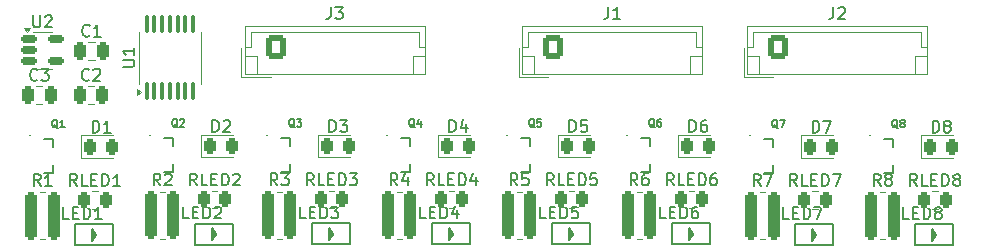
<source format=gbr>
%TF.GenerationSoftware,KiCad,Pcbnew,8.0.6*%
%TF.CreationDate,2024-10-28T20:27:21+01:00*%
%TF.ProjectId,ATtiny3,41547469-6e79-4332-9b2e-6b696361645f,rev?*%
%TF.SameCoordinates,Original*%
%TF.FileFunction,Legend,Top*%
%TF.FilePolarity,Positive*%
%FSLAX46Y46*%
G04 Gerber Fmt 4.6, Leading zero omitted, Abs format (unit mm)*
G04 Created by KiCad (PCBNEW 8.0.6) date 2024-10-28 20:27:21*
%MOMM*%
%LPD*%
G01*
G04 APERTURE LIST*
G04 Aperture macros list*
%AMRoundRect*
0 Rectangle with rounded corners*
0 $1 Rounding radius*
0 $2 $3 $4 $5 $6 $7 $8 $9 X,Y pos of 4 corners*
0 Add a 4 corners polygon primitive as box body*
4,1,4,$2,$3,$4,$5,$6,$7,$8,$9,$2,$3,0*
0 Add four circle primitives for the rounded corners*
1,1,$1+$1,$2,$3*
1,1,$1+$1,$4,$5*
1,1,$1+$1,$6,$7*
1,1,$1+$1,$8,$9*
0 Add four rect primitives between the rounded corners*
20,1,$1+$1,$2,$3,$4,$5,0*
20,1,$1+$1,$4,$5,$6,$7,0*
20,1,$1+$1,$6,$7,$8,$9,0*
20,1,$1+$1,$8,$9,$2,$3,0*%
G04 Aperture macros list end*
%ADD10C,0.150000*%
%ADD11C,0.120000*%
%ADD12C,0.127000*%
%ADD13C,0.100000*%
%ADD14C,0.066040*%
%ADD15RoundRect,0.150000X-0.512500X-0.150000X0.512500X-0.150000X0.512500X0.150000X-0.512500X0.150000X0*%
%ADD16RoundRect,0.100000X0.100000X-0.637500X0.100000X0.637500X-0.100000X0.637500X-0.100000X-0.637500X0*%
%ADD17RoundRect,0.250000X-0.262500X-0.450000X0.262500X-0.450000X0.262500X0.450000X-0.262500X0.450000X0*%
%ADD18RoundRect,0.250000X-0.262500X-1.775000X0.262500X-1.775000X0.262500X1.775000X-0.262500X1.775000X0*%
%ADD19R,1.050000X0.600000*%
%ADD20R,0.889000X1.270000*%
%ADD21RoundRect,0.250000X-0.600000X-0.725000X0.600000X-0.725000X0.600000X0.725000X-0.600000X0.725000X0*%
%ADD22O,1.700000X1.950000*%
%ADD23RoundRect,0.243750X-0.243750X-0.456250X0.243750X-0.456250X0.243750X0.456250X-0.243750X0.456250X0*%
%ADD24RoundRect,0.250000X-0.250000X-0.475000X0.250000X-0.475000X0.250000X0.475000X-0.250000X0.475000X0*%
G04 APERTURE END LIST*
D10*
X20553495Y-23234819D02*
X20553495Y-24044342D01*
X20553495Y-24044342D02*
X20601114Y-24139580D01*
X20601114Y-24139580D02*
X20648733Y-24187200D01*
X20648733Y-24187200D02*
X20743971Y-24234819D01*
X20743971Y-24234819D02*
X20934447Y-24234819D01*
X20934447Y-24234819D02*
X21029685Y-24187200D01*
X21029685Y-24187200D02*
X21077304Y-24139580D01*
X21077304Y-24139580D02*
X21124923Y-24044342D01*
X21124923Y-24044342D02*
X21124923Y-23234819D01*
X21553495Y-23330057D02*
X21601114Y-23282438D01*
X21601114Y-23282438D02*
X21696352Y-23234819D01*
X21696352Y-23234819D02*
X21934447Y-23234819D01*
X21934447Y-23234819D02*
X22029685Y-23282438D01*
X22029685Y-23282438D02*
X22077304Y-23330057D01*
X22077304Y-23330057D02*
X22124923Y-23425295D01*
X22124923Y-23425295D02*
X22124923Y-23520533D01*
X22124923Y-23520533D02*
X22077304Y-23663390D01*
X22077304Y-23663390D02*
X21505876Y-24234819D01*
X21505876Y-24234819D02*
X22124923Y-24234819D01*
X28115219Y-27576904D02*
X28924742Y-27576904D01*
X28924742Y-27576904D02*
X29019980Y-27529285D01*
X29019980Y-27529285D02*
X29067600Y-27481666D01*
X29067600Y-27481666D02*
X29115219Y-27386428D01*
X29115219Y-27386428D02*
X29115219Y-27195952D01*
X29115219Y-27195952D02*
X29067600Y-27100714D01*
X29067600Y-27100714D02*
X29019980Y-27053095D01*
X29019980Y-27053095D02*
X28924742Y-27005476D01*
X28924742Y-27005476D02*
X28115219Y-27005476D01*
X29115219Y-26005476D02*
X29115219Y-26576904D01*
X29115219Y-26291190D02*
X28115219Y-26291190D01*
X28115219Y-26291190D02*
X28258076Y-26386428D01*
X28258076Y-26386428D02*
X28353314Y-26481666D01*
X28353314Y-26481666D02*
X28400933Y-26576904D01*
X95356590Y-37684819D02*
X95023257Y-37208628D01*
X94785162Y-37684819D02*
X94785162Y-36684819D01*
X94785162Y-36684819D02*
X95166114Y-36684819D01*
X95166114Y-36684819D02*
X95261352Y-36732438D01*
X95261352Y-36732438D02*
X95308971Y-36780057D01*
X95308971Y-36780057D02*
X95356590Y-36875295D01*
X95356590Y-36875295D02*
X95356590Y-37018152D01*
X95356590Y-37018152D02*
X95308971Y-37113390D01*
X95308971Y-37113390D02*
X95261352Y-37161009D01*
X95261352Y-37161009D02*
X95166114Y-37208628D01*
X95166114Y-37208628D02*
X94785162Y-37208628D01*
X96261352Y-37684819D02*
X95785162Y-37684819D01*
X95785162Y-37684819D02*
X95785162Y-36684819D01*
X96594686Y-37161009D02*
X96928019Y-37161009D01*
X97070876Y-37684819D02*
X96594686Y-37684819D01*
X96594686Y-37684819D02*
X96594686Y-36684819D01*
X96594686Y-36684819D02*
X97070876Y-36684819D01*
X97499448Y-37684819D02*
X97499448Y-36684819D01*
X97499448Y-36684819D02*
X97737543Y-36684819D01*
X97737543Y-36684819D02*
X97880400Y-36732438D01*
X97880400Y-36732438D02*
X97975638Y-36827676D01*
X97975638Y-36827676D02*
X98023257Y-36922914D01*
X98023257Y-36922914D02*
X98070876Y-37113390D01*
X98070876Y-37113390D02*
X98070876Y-37256247D01*
X98070876Y-37256247D02*
X98023257Y-37446723D01*
X98023257Y-37446723D02*
X97975638Y-37541961D01*
X97975638Y-37541961D02*
X97880400Y-37637200D01*
X97880400Y-37637200D02*
X97737543Y-37684819D01*
X97737543Y-37684819D02*
X97499448Y-37684819D01*
X98642305Y-37113390D02*
X98547067Y-37065771D01*
X98547067Y-37065771D02*
X98499448Y-37018152D01*
X98499448Y-37018152D02*
X98451829Y-36922914D01*
X98451829Y-36922914D02*
X98451829Y-36875295D01*
X98451829Y-36875295D02*
X98499448Y-36780057D01*
X98499448Y-36780057D02*
X98547067Y-36732438D01*
X98547067Y-36732438D02*
X98642305Y-36684819D01*
X98642305Y-36684819D02*
X98832781Y-36684819D01*
X98832781Y-36684819D02*
X98928019Y-36732438D01*
X98928019Y-36732438D02*
X98975638Y-36780057D01*
X98975638Y-36780057D02*
X99023257Y-36875295D01*
X99023257Y-36875295D02*
X99023257Y-36922914D01*
X99023257Y-36922914D02*
X98975638Y-37018152D01*
X98975638Y-37018152D02*
X98928019Y-37065771D01*
X98928019Y-37065771D02*
X98832781Y-37113390D01*
X98832781Y-37113390D02*
X98642305Y-37113390D01*
X98642305Y-37113390D02*
X98547067Y-37161009D01*
X98547067Y-37161009D02*
X98499448Y-37208628D01*
X98499448Y-37208628D02*
X98451829Y-37303866D01*
X98451829Y-37303866D02*
X98451829Y-37494342D01*
X98451829Y-37494342D02*
X98499448Y-37589580D01*
X98499448Y-37589580D02*
X98547067Y-37637200D01*
X98547067Y-37637200D02*
X98642305Y-37684819D01*
X98642305Y-37684819D02*
X98832781Y-37684819D01*
X98832781Y-37684819D02*
X98928019Y-37637200D01*
X98928019Y-37637200D02*
X98975638Y-37589580D01*
X98975638Y-37589580D02*
X99023257Y-37494342D01*
X99023257Y-37494342D02*
X99023257Y-37303866D01*
X99023257Y-37303866D02*
X98975638Y-37208628D01*
X98975638Y-37208628D02*
X98928019Y-37161009D01*
X98928019Y-37161009D02*
X98832781Y-37113390D01*
X85196590Y-37684819D02*
X84863257Y-37208628D01*
X84625162Y-37684819D02*
X84625162Y-36684819D01*
X84625162Y-36684819D02*
X85006114Y-36684819D01*
X85006114Y-36684819D02*
X85101352Y-36732438D01*
X85101352Y-36732438D02*
X85148971Y-36780057D01*
X85148971Y-36780057D02*
X85196590Y-36875295D01*
X85196590Y-36875295D02*
X85196590Y-37018152D01*
X85196590Y-37018152D02*
X85148971Y-37113390D01*
X85148971Y-37113390D02*
X85101352Y-37161009D01*
X85101352Y-37161009D02*
X85006114Y-37208628D01*
X85006114Y-37208628D02*
X84625162Y-37208628D01*
X86101352Y-37684819D02*
X85625162Y-37684819D01*
X85625162Y-37684819D02*
X85625162Y-36684819D01*
X86434686Y-37161009D02*
X86768019Y-37161009D01*
X86910876Y-37684819D02*
X86434686Y-37684819D01*
X86434686Y-37684819D02*
X86434686Y-36684819D01*
X86434686Y-36684819D02*
X86910876Y-36684819D01*
X87339448Y-37684819D02*
X87339448Y-36684819D01*
X87339448Y-36684819D02*
X87577543Y-36684819D01*
X87577543Y-36684819D02*
X87720400Y-36732438D01*
X87720400Y-36732438D02*
X87815638Y-36827676D01*
X87815638Y-36827676D02*
X87863257Y-36922914D01*
X87863257Y-36922914D02*
X87910876Y-37113390D01*
X87910876Y-37113390D02*
X87910876Y-37256247D01*
X87910876Y-37256247D02*
X87863257Y-37446723D01*
X87863257Y-37446723D02*
X87815638Y-37541961D01*
X87815638Y-37541961D02*
X87720400Y-37637200D01*
X87720400Y-37637200D02*
X87577543Y-37684819D01*
X87577543Y-37684819D02*
X87339448Y-37684819D01*
X88244210Y-36684819D02*
X88910876Y-36684819D01*
X88910876Y-36684819D02*
X88482305Y-37684819D01*
X74771190Y-37619819D02*
X74437857Y-37143628D01*
X74199762Y-37619819D02*
X74199762Y-36619819D01*
X74199762Y-36619819D02*
X74580714Y-36619819D01*
X74580714Y-36619819D02*
X74675952Y-36667438D01*
X74675952Y-36667438D02*
X74723571Y-36715057D01*
X74723571Y-36715057D02*
X74771190Y-36810295D01*
X74771190Y-36810295D02*
X74771190Y-36953152D01*
X74771190Y-36953152D02*
X74723571Y-37048390D01*
X74723571Y-37048390D02*
X74675952Y-37096009D01*
X74675952Y-37096009D02*
X74580714Y-37143628D01*
X74580714Y-37143628D02*
X74199762Y-37143628D01*
X75675952Y-37619819D02*
X75199762Y-37619819D01*
X75199762Y-37619819D02*
X75199762Y-36619819D01*
X76009286Y-37096009D02*
X76342619Y-37096009D01*
X76485476Y-37619819D02*
X76009286Y-37619819D01*
X76009286Y-37619819D02*
X76009286Y-36619819D01*
X76009286Y-36619819D02*
X76485476Y-36619819D01*
X76914048Y-37619819D02*
X76914048Y-36619819D01*
X76914048Y-36619819D02*
X77152143Y-36619819D01*
X77152143Y-36619819D02*
X77295000Y-36667438D01*
X77295000Y-36667438D02*
X77390238Y-36762676D01*
X77390238Y-36762676D02*
X77437857Y-36857914D01*
X77437857Y-36857914D02*
X77485476Y-37048390D01*
X77485476Y-37048390D02*
X77485476Y-37191247D01*
X77485476Y-37191247D02*
X77437857Y-37381723D01*
X77437857Y-37381723D02*
X77390238Y-37476961D01*
X77390238Y-37476961D02*
X77295000Y-37572200D01*
X77295000Y-37572200D02*
X77152143Y-37619819D01*
X77152143Y-37619819D02*
X76914048Y-37619819D01*
X78342619Y-36619819D02*
X78152143Y-36619819D01*
X78152143Y-36619819D02*
X78056905Y-36667438D01*
X78056905Y-36667438D02*
X78009286Y-36715057D01*
X78009286Y-36715057D02*
X77914048Y-36857914D01*
X77914048Y-36857914D02*
X77866429Y-37048390D01*
X77866429Y-37048390D02*
X77866429Y-37429342D01*
X77866429Y-37429342D02*
X77914048Y-37524580D01*
X77914048Y-37524580D02*
X77961667Y-37572200D01*
X77961667Y-37572200D02*
X78056905Y-37619819D01*
X78056905Y-37619819D02*
X78247381Y-37619819D01*
X78247381Y-37619819D02*
X78342619Y-37572200D01*
X78342619Y-37572200D02*
X78390238Y-37524580D01*
X78390238Y-37524580D02*
X78437857Y-37429342D01*
X78437857Y-37429342D02*
X78437857Y-37191247D01*
X78437857Y-37191247D02*
X78390238Y-37096009D01*
X78390238Y-37096009D02*
X78342619Y-37048390D01*
X78342619Y-37048390D02*
X78247381Y-37000771D01*
X78247381Y-37000771D02*
X78056905Y-37000771D01*
X78056905Y-37000771D02*
X77961667Y-37048390D01*
X77961667Y-37048390D02*
X77914048Y-37096009D01*
X77914048Y-37096009D02*
X77866429Y-37191247D01*
X64611190Y-37619819D02*
X64277857Y-37143628D01*
X64039762Y-37619819D02*
X64039762Y-36619819D01*
X64039762Y-36619819D02*
X64420714Y-36619819D01*
X64420714Y-36619819D02*
X64515952Y-36667438D01*
X64515952Y-36667438D02*
X64563571Y-36715057D01*
X64563571Y-36715057D02*
X64611190Y-36810295D01*
X64611190Y-36810295D02*
X64611190Y-36953152D01*
X64611190Y-36953152D02*
X64563571Y-37048390D01*
X64563571Y-37048390D02*
X64515952Y-37096009D01*
X64515952Y-37096009D02*
X64420714Y-37143628D01*
X64420714Y-37143628D02*
X64039762Y-37143628D01*
X65515952Y-37619819D02*
X65039762Y-37619819D01*
X65039762Y-37619819D02*
X65039762Y-36619819D01*
X65849286Y-37096009D02*
X66182619Y-37096009D01*
X66325476Y-37619819D02*
X65849286Y-37619819D01*
X65849286Y-37619819D02*
X65849286Y-36619819D01*
X65849286Y-36619819D02*
X66325476Y-36619819D01*
X66754048Y-37619819D02*
X66754048Y-36619819D01*
X66754048Y-36619819D02*
X66992143Y-36619819D01*
X66992143Y-36619819D02*
X67135000Y-36667438D01*
X67135000Y-36667438D02*
X67230238Y-36762676D01*
X67230238Y-36762676D02*
X67277857Y-36857914D01*
X67277857Y-36857914D02*
X67325476Y-37048390D01*
X67325476Y-37048390D02*
X67325476Y-37191247D01*
X67325476Y-37191247D02*
X67277857Y-37381723D01*
X67277857Y-37381723D02*
X67230238Y-37476961D01*
X67230238Y-37476961D02*
X67135000Y-37572200D01*
X67135000Y-37572200D02*
X66992143Y-37619819D01*
X66992143Y-37619819D02*
X66754048Y-37619819D01*
X68230238Y-36619819D02*
X67754048Y-36619819D01*
X67754048Y-36619819D02*
X67706429Y-37096009D01*
X67706429Y-37096009D02*
X67754048Y-37048390D01*
X67754048Y-37048390D02*
X67849286Y-37000771D01*
X67849286Y-37000771D02*
X68087381Y-37000771D01*
X68087381Y-37000771D02*
X68182619Y-37048390D01*
X68182619Y-37048390D02*
X68230238Y-37096009D01*
X68230238Y-37096009D02*
X68277857Y-37191247D01*
X68277857Y-37191247D02*
X68277857Y-37429342D01*
X68277857Y-37429342D02*
X68230238Y-37524580D01*
X68230238Y-37524580D02*
X68182619Y-37572200D01*
X68182619Y-37572200D02*
X68087381Y-37619819D01*
X68087381Y-37619819D02*
X67849286Y-37619819D01*
X67849286Y-37619819D02*
X67754048Y-37572200D01*
X67754048Y-37572200D02*
X67706429Y-37524580D01*
X54451190Y-37619819D02*
X54117857Y-37143628D01*
X53879762Y-37619819D02*
X53879762Y-36619819D01*
X53879762Y-36619819D02*
X54260714Y-36619819D01*
X54260714Y-36619819D02*
X54355952Y-36667438D01*
X54355952Y-36667438D02*
X54403571Y-36715057D01*
X54403571Y-36715057D02*
X54451190Y-36810295D01*
X54451190Y-36810295D02*
X54451190Y-36953152D01*
X54451190Y-36953152D02*
X54403571Y-37048390D01*
X54403571Y-37048390D02*
X54355952Y-37096009D01*
X54355952Y-37096009D02*
X54260714Y-37143628D01*
X54260714Y-37143628D02*
X53879762Y-37143628D01*
X55355952Y-37619819D02*
X54879762Y-37619819D01*
X54879762Y-37619819D02*
X54879762Y-36619819D01*
X55689286Y-37096009D02*
X56022619Y-37096009D01*
X56165476Y-37619819D02*
X55689286Y-37619819D01*
X55689286Y-37619819D02*
X55689286Y-36619819D01*
X55689286Y-36619819D02*
X56165476Y-36619819D01*
X56594048Y-37619819D02*
X56594048Y-36619819D01*
X56594048Y-36619819D02*
X56832143Y-36619819D01*
X56832143Y-36619819D02*
X56975000Y-36667438D01*
X56975000Y-36667438D02*
X57070238Y-36762676D01*
X57070238Y-36762676D02*
X57117857Y-36857914D01*
X57117857Y-36857914D02*
X57165476Y-37048390D01*
X57165476Y-37048390D02*
X57165476Y-37191247D01*
X57165476Y-37191247D02*
X57117857Y-37381723D01*
X57117857Y-37381723D02*
X57070238Y-37476961D01*
X57070238Y-37476961D02*
X56975000Y-37572200D01*
X56975000Y-37572200D02*
X56832143Y-37619819D01*
X56832143Y-37619819D02*
X56594048Y-37619819D01*
X58022619Y-36953152D02*
X58022619Y-37619819D01*
X57784524Y-36572200D02*
X57546429Y-37286485D01*
X57546429Y-37286485D02*
X58165476Y-37286485D01*
X44291190Y-37619819D02*
X43957857Y-37143628D01*
X43719762Y-37619819D02*
X43719762Y-36619819D01*
X43719762Y-36619819D02*
X44100714Y-36619819D01*
X44100714Y-36619819D02*
X44195952Y-36667438D01*
X44195952Y-36667438D02*
X44243571Y-36715057D01*
X44243571Y-36715057D02*
X44291190Y-36810295D01*
X44291190Y-36810295D02*
X44291190Y-36953152D01*
X44291190Y-36953152D02*
X44243571Y-37048390D01*
X44243571Y-37048390D02*
X44195952Y-37096009D01*
X44195952Y-37096009D02*
X44100714Y-37143628D01*
X44100714Y-37143628D02*
X43719762Y-37143628D01*
X45195952Y-37619819D02*
X44719762Y-37619819D01*
X44719762Y-37619819D02*
X44719762Y-36619819D01*
X45529286Y-37096009D02*
X45862619Y-37096009D01*
X46005476Y-37619819D02*
X45529286Y-37619819D01*
X45529286Y-37619819D02*
X45529286Y-36619819D01*
X45529286Y-36619819D02*
X46005476Y-36619819D01*
X46434048Y-37619819D02*
X46434048Y-36619819D01*
X46434048Y-36619819D02*
X46672143Y-36619819D01*
X46672143Y-36619819D02*
X46815000Y-36667438D01*
X46815000Y-36667438D02*
X46910238Y-36762676D01*
X46910238Y-36762676D02*
X46957857Y-36857914D01*
X46957857Y-36857914D02*
X47005476Y-37048390D01*
X47005476Y-37048390D02*
X47005476Y-37191247D01*
X47005476Y-37191247D02*
X46957857Y-37381723D01*
X46957857Y-37381723D02*
X46910238Y-37476961D01*
X46910238Y-37476961D02*
X46815000Y-37572200D01*
X46815000Y-37572200D02*
X46672143Y-37619819D01*
X46672143Y-37619819D02*
X46434048Y-37619819D01*
X47338810Y-36619819D02*
X47957857Y-36619819D01*
X47957857Y-36619819D02*
X47624524Y-37000771D01*
X47624524Y-37000771D02*
X47767381Y-37000771D01*
X47767381Y-37000771D02*
X47862619Y-37048390D01*
X47862619Y-37048390D02*
X47910238Y-37096009D01*
X47910238Y-37096009D02*
X47957857Y-37191247D01*
X47957857Y-37191247D02*
X47957857Y-37429342D01*
X47957857Y-37429342D02*
X47910238Y-37524580D01*
X47910238Y-37524580D02*
X47862619Y-37572200D01*
X47862619Y-37572200D02*
X47767381Y-37619819D01*
X47767381Y-37619819D02*
X47481667Y-37619819D01*
X47481667Y-37619819D02*
X47386429Y-37572200D01*
X47386429Y-37572200D02*
X47338810Y-37524580D01*
X34381590Y-37624819D02*
X34048257Y-37148628D01*
X33810162Y-37624819D02*
X33810162Y-36624819D01*
X33810162Y-36624819D02*
X34191114Y-36624819D01*
X34191114Y-36624819D02*
X34286352Y-36672438D01*
X34286352Y-36672438D02*
X34333971Y-36720057D01*
X34333971Y-36720057D02*
X34381590Y-36815295D01*
X34381590Y-36815295D02*
X34381590Y-36958152D01*
X34381590Y-36958152D02*
X34333971Y-37053390D01*
X34333971Y-37053390D02*
X34286352Y-37101009D01*
X34286352Y-37101009D02*
X34191114Y-37148628D01*
X34191114Y-37148628D02*
X33810162Y-37148628D01*
X35286352Y-37624819D02*
X34810162Y-37624819D01*
X34810162Y-37624819D02*
X34810162Y-36624819D01*
X35619686Y-37101009D02*
X35953019Y-37101009D01*
X36095876Y-37624819D02*
X35619686Y-37624819D01*
X35619686Y-37624819D02*
X35619686Y-36624819D01*
X35619686Y-36624819D02*
X36095876Y-36624819D01*
X36524448Y-37624819D02*
X36524448Y-36624819D01*
X36524448Y-36624819D02*
X36762543Y-36624819D01*
X36762543Y-36624819D02*
X36905400Y-36672438D01*
X36905400Y-36672438D02*
X37000638Y-36767676D01*
X37000638Y-36767676D02*
X37048257Y-36862914D01*
X37048257Y-36862914D02*
X37095876Y-37053390D01*
X37095876Y-37053390D02*
X37095876Y-37196247D01*
X37095876Y-37196247D02*
X37048257Y-37386723D01*
X37048257Y-37386723D02*
X37000638Y-37481961D01*
X37000638Y-37481961D02*
X36905400Y-37577200D01*
X36905400Y-37577200D02*
X36762543Y-37624819D01*
X36762543Y-37624819D02*
X36524448Y-37624819D01*
X37476829Y-36720057D02*
X37524448Y-36672438D01*
X37524448Y-36672438D02*
X37619686Y-36624819D01*
X37619686Y-36624819D02*
X37857781Y-36624819D01*
X37857781Y-36624819D02*
X37953019Y-36672438D01*
X37953019Y-36672438D02*
X38000638Y-36720057D01*
X38000638Y-36720057D02*
X38048257Y-36815295D01*
X38048257Y-36815295D02*
X38048257Y-36910533D01*
X38048257Y-36910533D02*
X38000638Y-37053390D01*
X38000638Y-37053390D02*
X37429210Y-37624819D01*
X37429210Y-37624819D02*
X38048257Y-37624819D01*
X24236590Y-37684819D02*
X23903257Y-37208628D01*
X23665162Y-37684819D02*
X23665162Y-36684819D01*
X23665162Y-36684819D02*
X24046114Y-36684819D01*
X24046114Y-36684819D02*
X24141352Y-36732438D01*
X24141352Y-36732438D02*
X24188971Y-36780057D01*
X24188971Y-36780057D02*
X24236590Y-36875295D01*
X24236590Y-36875295D02*
X24236590Y-37018152D01*
X24236590Y-37018152D02*
X24188971Y-37113390D01*
X24188971Y-37113390D02*
X24141352Y-37161009D01*
X24141352Y-37161009D02*
X24046114Y-37208628D01*
X24046114Y-37208628D02*
X23665162Y-37208628D01*
X25141352Y-37684819D02*
X24665162Y-37684819D01*
X24665162Y-37684819D02*
X24665162Y-36684819D01*
X25474686Y-37161009D02*
X25808019Y-37161009D01*
X25950876Y-37684819D02*
X25474686Y-37684819D01*
X25474686Y-37684819D02*
X25474686Y-36684819D01*
X25474686Y-36684819D02*
X25950876Y-36684819D01*
X26379448Y-37684819D02*
X26379448Y-36684819D01*
X26379448Y-36684819D02*
X26617543Y-36684819D01*
X26617543Y-36684819D02*
X26760400Y-36732438D01*
X26760400Y-36732438D02*
X26855638Y-36827676D01*
X26855638Y-36827676D02*
X26903257Y-36922914D01*
X26903257Y-36922914D02*
X26950876Y-37113390D01*
X26950876Y-37113390D02*
X26950876Y-37256247D01*
X26950876Y-37256247D02*
X26903257Y-37446723D01*
X26903257Y-37446723D02*
X26855638Y-37541961D01*
X26855638Y-37541961D02*
X26760400Y-37637200D01*
X26760400Y-37637200D02*
X26617543Y-37684819D01*
X26617543Y-37684819D02*
X26379448Y-37684819D01*
X27903257Y-37684819D02*
X27331829Y-37684819D01*
X27617543Y-37684819D02*
X27617543Y-36684819D01*
X27617543Y-36684819D02*
X27522305Y-36827676D01*
X27522305Y-36827676D02*
X27427067Y-36922914D01*
X27427067Y-36922914D02*
X27331829Y-36970533D01*
X92283733Y-37684819D02*
X91950400Y-37208628D01*
X91712305Y-37684819D02*
X91712305Y-36684819D01*
X91712305Y-36684819D02*
X92093257Y-36684819D01*
X92093257Y-36684819D02*
X92188495Y-36732438D01*
X92188495Y-36732438D02*
X92236114Y-36780057D01*
X92236114Y-36780057D02*
X92283733Y-36875295D01*
X92283733Y-36875295D02*
X92283733Y-37018152D01*
X92283733Y-37018152D02*
X92236114Y-37113390D01*
X92236114Y-37113390D02*
X92188495Y-37161009D01*
X92188495Y-37161009D02*
X92093257Y-37208628D01*
X92093257Y-37208628D02*
X91712305Y-37208628D01*
X92855162Y-37113390D02*
X92759924Y-37065771D01*
X92759924Y-37065771D02*
X92712305Y-37018152D01*
X92712305Y-37018152D02*
X92664686Y-36922914D01*
X92664686Y-36922914D02*
X92664686Y-36875295D01*
X92664686Y-36875295D02*
X92712305Y-36780057D01*
X92712305Y-36780057D02*
X92759924Y-36732438D01*
X92759924Y-36732438D02*
X92855162Y-36684819D01*
X92855162Y-36684819D02*
X93045638Y-36684819D01*
X93045638Y-36684819D02*
X93140876Y-36732438D01*
X93140876Y-36732438D02*
X93188495Y-36780057D01*
X93188495Y-36780057D02*
X93236114Y-36875295D01*
X93236114Y-36875295D02*
X93236114Y-36922914D01*
X93236114Y-36922914D02*
X93188495Y-37018152D01*
X93188495Y-37018152D02*
X93140876Y-37065771D01*
X93140876Y-37065771D02*
X93045638Y-37113390D01*
X93045638Y-37113390D02*
X92855162Y-37113390D01*
X92855162Y-37113390D02*
X92759924Y-37161009D01*
X92759924Y-37161009D02*
X92712305Y-37208628D01*
X92712305Y-37208628D02*
X92664686Y-37303866D01*
X92664686Y-37303866D02*
X92664686Y-37494342D01*
X92664686Y-37494342D02*
X92712305Y-37589580D01*
X92712305Y-37589580D02*
X92759924Y-37637200D01*
X92759924Y-37637200D02*
X92855162Y-37684819D01*
X92855162Y-37684819D02*
X93045638Y-37684819D01*
X93045638Y-37684819D02*
X93140876Y-37637200D01*
X93140876Y-37637200D02*
X93188495Y-37589580D01*
X93188495Y-37589580D02*
X93236114Y-37494342D01*
X93236114Y-37494342D02*
X93236114Y-37303866D01*
X93236114Y-37303866D02*
X93188495Y-37208628D01*
X93188495Y-37208628D02*
X93140876Y-37161009D01*
X93140876Y-37161009D02*
X93045638Y-37113390D01*
X82123733Y-37684819D02*
X81790400Y-37208628D01*
X81552305Y-37684819D02*
X81552305Y-36684819D01*
X81552305Y-36684819D02*
X81933257Y-36684819D01*
X81933257Y-36684819D02*
X82028495Y-36732438D01*
X82028495Y-36732438D02*
X82076114Y-36780057D01*
X82076114Y-36780057D02*
X82123733Y-36875295D01*
X82123733Y-36875295D02*
X82123733Y-37018152D01*
X82123733Y-37018152D02*
X82076114Y-37113390D01*
X82076114Y-37113390D02*
X82028495Y-37161009D01*
X82028495Y-37161009D02*
X81933257Y-37208628D01*
X81933257Y-37208628D02*
X81552305Y-37208628D01*
X82457067Y-36684819D02*
X83123733Y-36684819D01*
X83123733Y-36684819D02*
X82695162Y-37684819D01*
X71698333Y-37619819D02*
X71365000Y-37143628D01*
X71126905Y-37619819D02*
X71126905Y-36619819D01*
X71126905Y-36619819D02*
X71507857Y-36619819D01*
X71507857Y-36619819D02*
X71603095Y-36667438D01*
X71603095Y-36667438D02*
X71650714Y-36715057D01*
X71650714Y-36715057D02*
X71698333Y-36810295D01*
X71698333Y-36810295D02*
X71698333Y-36953152D01*
X71698333Y-36953152D02*
X71650714Y-37048390D01*
X71650714Y-37048390D02*
X71603095Y-37096009D01*
X71603095Y-37096009D02*
X71507857Y-37143628D01*
X71507857Y-37143628D02*
X71126905Y-37143628D01*
X72555476Y-36619819D02*
X72365000Y-36619819D01*
X72365000Y-36619819D02*
X72269762Y-36667438D01*
X72269762Y-36667438D02*
X72222143Y-36715057D01*
X72222143Y-36715057D02*
X72126905Y-36857914D01*
X72126905Y-36857914D02*
X72079286Y-37048390D01*
X72079286Y-37048390D02*
X72079286Y-37429342D01*
X72079286Y-37429342D02*
X72126905Y-37524580D01*
X72126905Y-37524580D02*
X72174524Y-37572200D01*
X72174524Y-37572200D02*
X72269762Y-37619819D01*
X72269762Y-37619819D02*
X72460238Y-37619819D01*
X72460238Y-37619819D02*
X72555476Y-37572200D01*
X72555476Y-37572200D02*
X72603095Y-37524580D01*
X72603095Y-37524580D02*
X72650714Y-37429342D01*
X72650714Y-37429342D02*
X72650714Y-37191247D01*
X72650714Y-37191247D02*
X72603095Y-37096009D01*
X72603095Y-37096009D02*
X72555476Y-37048390D01*
X72555476Y-37048390D02*
X72460238Y-37000771D01*
X72460238Y-37000771D02*
X72269762Y-37000771D01*
X72269762Y-37000771D02*
X72174524Y-37048390D01*
X72174524Y-37048390D02*
X72126905Y-37096009D01*
X72126905Y-37096009D02*
X72079286Y-37191247D01*
X61538333Y-37619819D02*
X61205000Y-37143628D01*
X60966905Y-37619819D02*
X60966905Y-36619819D01*
X60966905Y-36619819D02*
X61347857Y-36619819D01*
X61347857Y-36619819D02*
X61443095Y-36667438D01*
X61443095Y-36667438D02*
X61490714Y-36715057D01*
X61490714Y-36715057D02*
X61538333Y-36810295D01*
X61538333Y-36810295D02*
X61538333Y-36953152D01*
X61538333Y-36953152D02*
X61490714Y-37048390D01*
X61490714Y-37048390D02*
X61443095Y-37096009D01*
X61443095Y-37096009D02*
X61347857Y-37143628D01*
X61347857Y-37143628D02*
X60966905Y-37143628D01*
X62443095Y-36619819D02*
X61966905Y-36619819D01*
X61966905Y-36619819D02*
X61919286Y-37096009D01*
X61919286Y-37096009D02*
X61966905Y-37048390D01*
X61966905Y-37048390D02*
X62062143Y-37000771D01*
X62062143Y-37000771D02*
X62300238Y-37000771D01*
X62300238Y-37000771D02*
X62395476Y-37048390D01*
X62395476Y-37048390D02*
X62443095Y-37096009D01*
X62443095Y-37096009D02*
X62490714Y-37191247D01*
X62490714Y-37191247D02*
X62490714Y-37429342D01*
X62490714Y-37429342D02*
X62443095Y-37524580D01*
X62443095Y-37524580D02*
X62395476Y-37572200D01*
X62395476Y-37572200D02*
X62300238Y-37619819D01*
X62300238Y-37619819D02*
X62062143Y-37619819D01*
X62062143Y-37619819D02*
X61966905Y-37572200D01*
X61966905Y-37572200D02*
X61919286Y-37524580D01*
X51378333Y-37619819D02*
X51045000Y-37143628D01*
X50806905Y-37619819D02*
X50806905Y-36619819D01*
X50806905Y-36619819D02*
X51187857Y-36619819D01*
X51187857Y-36619819D02*
X51283095Y-36667438D01*
X51283095Y-36667438D02*
X51330714Y-36715057D01*
X51330714Y-36715057D02*
X51378333Y-36810295D01*
X51378333Y-36810295D02*
X51378333Y-36953152D01*
X51378333Y-36953152D02*
X51330714Y-37048390D01*
X51330714Y-37048390D02*
X51283095Y-37096009D01*
X51283095Y-37096009D02*
X51187857Y-37143628D01*
X51187857Y-37143628D02*
X50806905Y-37143628D01*
X52235476Y-36953152D02*
X52235476Y-37619819D01*
X51997381Y-36572200D02*
X51759286Y-37286485D01*
X51759286Y-37286485D02*
X52378333Y-37286485D01*
X41218333Y-37619819D02*
X40885000Y-37143628D01*
X40646905Y-37619819D02*
X40646905Y-36619819D01*
X40646905Y-36619819D02*
X41027857Y-36619819D01*
X41027857Y-36619819D02*
X41123095Y-36667438D01*
X41123095Y-36667438D02*
X41170714Y-36715057D01*
X41170714Y-36715057D02*
X41218333Y-36810295D01*
X41218333Y-36810295D02*
X41218333Y-36953152D01*
X41218333Y-36953152D02*
X41170714Y-37048390D01*
X41170714Y-37048390D02*
X41123095Y-37096009D01*
X41123095Y-37096009D02*
X41027857Y-37143628D01*
X41027857Y-37143628D02*
X40646905Y-37143628D01*
X41551667Y-36619819D02*
X42170714Y-36619819D01*
X42170714Y-36619819D02*
X41837381Y-37000771D01*
X41837381Y-37000771D02*
X41980238Y-37000771D01*
X41980238Y-37000771D02*
X42075476Y-37048390D01*
X42075476Y-37048390D02*
X42123095Y-37096009D01*
X42123095Y-37096009D02*
X42170714Y-37191247D01*
X42170714Y-37191247D02*
X42170714Y-37429342D01*
X42170714Y-37429342D02*
X42123095Y-37524580D01*
X42123095Y-37524580D02*
X42075476Y-37572200D01*
X42075476Y-37572200D02*
X41980238Y-37619819D01*
X41980238Y-37619819D02*
X41694524Y-37619819D01*
X41694524Y-37619819D02*
X41599286Y-37572200D01*
X41599286Y-37572200D02*
X41551667Y-37524580D01*
X31308733Y-37624819D02*
X30975400Y-37148628D01*
X30737305Y-37624819D02*
X30737305Y-36624819D01*
X30737305Y-36624819D02*
X31118257Y-36624819D01*
X31118257Y-36624819D02*
X31213495Y-36672438D01*
X31213495Y-36672438D02*
X31261114Y-36720057D01*
X31261114Y-36720057D02*
X31308733Y-36815295D01*
X31308733Y-36815295D02*
X31308733Y-36958152D01*
X31308733Y-36958152D02*
X31261114Y-37053390D01*
X31261114Y-37053390D02*
X31213495Y-37101009D01*
X31213495Y-37101009D02*
X31118257Y-37148628D01*
X31118257Y-37148628D02*
X30737305Y-37148628D01*
X31689686Y-36720057D02*
X31737305Y-36672438D01*
X31737305Y-36672438D02*
X31832543Y-36624819D01*
X31832543Y-36624819D02*
X32070638Y-36624819D01*
X32070638Y-36624819D02*
X32165876Y-36672438D01*
X32165876Y-36672438D02*
X32213495Y-36720057D01*
X32213495Y-36720057D02*
X32261114Y-36815295D01*
X32261114Y-36815295D02*
X32261114Y-36910533D01*
X32261114Y-36910533D02*
X32213495Y-37053390D01*
X32213495Y-37053390D02*
X31642067Y-37624819D01*
X31642067Y-37624819D02*
X32261114Y-37624819D01*
X21163733Y-37684819D02*
X20830400Y-37208628D01*
X20592305Y-37684819D02*
X20592305Y-36684819D01*
X20592305Y-36684819D02*
X20973257Y-36684819D01*
X20973257Y-36684819D02*
X21068495Y-36732438D01*
X21068495Y-36732438D02*
X21116114Y-36780057D01*
X21116114Y-36780057D02*
X21163733Y-36875295D01*
X21163733Y-36875295D02*
X21163733Y-37018152D01*
X21163733Y-37018152D02*
X21116114Y-37113390D01*
X21116114Y-37113390D02*
X21068495Y-37161009D01*
X21068495Y-37161009D02*
X20973257Y-37208628D01*
X20973257Y-37208628D02*
X20592305Y-37208628D01*
X22116114Y-37684819D02*
X21544686Y-37684819D01*
X21830400Y-37684819D02*
X21830400Y-36684819D01*
X21830400Y-36684819D02*
X21735162Y-36827676D01*
X21735162Y-36827676D02*
X21639924Y-36922914D01*
X21639924Y-36922914D02*
X21544686Y-36970533D01*
X93737619Y-32771071D02*
X93676621Y-32740572D01*
X93676621Y-32740572D02*
X93615623Y-32679575D01*
X93615623Y-32679575D02*
X93524127Y-32588078D01*
X93524127Y-32588078D02*
X93463129Y-32557579D01*
X93463129Y-32557579D02*
X93402131Y-32557579D01*
X93432630Y-32710073D02*
X93371633Y-32679575D01*
X93371633Y-32679575D02*
X93310635Y-32618577D01*
X93310635Y-32618577D02*
X93280136Y-32496581D01*
X93280136Y-32496581D02*
X93280136Y-32283089D01*
X93280136Y-32283089D02*
X93310635Y-32161094D01*
X93310635Y-32161094D02*
X93371633Y-32100096D01*
X93371633Y-32100096D02*
X93432630Y-32069597D01*
X93432630Y-32069597D02*
X93554626Y-32069597D01*
X93554626Y-32069597D02*
X93615623Y-32100096D01*
X93615623Y-32100096D02*
X93676621Y-32161094D01*
X93676621Y-32161094D02*
X93707120Y-32283089D01*
X93707120Y-32283089D02*
X93707120Y-32496581D01*
X93707120Y-32496581D02*
X93676621Y-32618577D01*
X93676621Y-32618577D02*
X93615623Y-32679575D01*
X93615623Y-32679575D02*
X93554626Y-32710073D01*
X93554626Y-32710073D02*
X93432630Y-32710073D01*
X94073106Y-32344087D02*
X94012109Y-32313588D01*
X94012109Y-32313588D02*
X93981610Y-32283089D01*
X93981610Y-32283089D02*
X93951111Y-32222092D01*
X93951111Y-32222092D02*
X93951111Y-32191593D01*
X93951111Y-32191593D02*
X93981610Y-32130595D01*
X93981610Y-32130595D02*
X94012109Y-32100096D01*
X94012109Y-32100096D02*
X94073106Y-32069597D01*
X94073106Y-32069597D02*
X94195102Y-32069597D01*
X94195102Y-32069597D02*
X94256100Y-32100096D01*
X94256100Y-32100096D02*
X94286598Y-32130595D01*
X94286598Y-32130595D02*
X94317097Y-32191593D01*
X94317097Y-32191593D02*
X94317097Y-32222092D01*
X94317097Y-32222092D02*
X94286598Y-32283089D01*
X94286598Y-32283089D02*
X94256100Y-32313588D01*
X94256100Y-32313588D02*
X94195102Y-32344087D01*
X94195102Y-32344087D02*
X94073106Y-32344087D01*
X94073106Y-32344087D02*
X94012109Y-32374586D01*
X94012109Y-32374586D02*
X93981610Y-32405085D01*
X93981610Y-32405085D02*
X93951111Y-32466083D01*
X93951111Y-32466083D02*
X93951111Y-32588078D01*
X93951111Y-32588078D02*
X93981610Y-32649076D01*
X93981610Y-32649076D02*
X94012109Y-32679575D01*
X94012109Y-32679575D02*
X94073106Y-32710073D01*
X94073106Y-32710073D02*
X94195102Y-32710073D01*
X94195102Y-32710073D02*
X94256100Y-32679575D01*
X94256100Y-32679575D02*
X94286598Y-32649076D01*
X94286598Y-32649076D02*
X94317097Y-32588078D01*
X94317097Y-32588078D02*
X94317097Y-32466083D01*
X94317097Y-32466083D02*
X94286598Y-32405085D01*
X94286598Y-32405085D02*
X94256100Y-32374586D01*
X94256100Y-32374586D02*
X94195102Y-32344087D01*
X83577619Y-32771071D02*
X83516621Y-32740572D01*
X83516621Y-32740572D02*
X83455623Y-32679575D01*
X83455623Y-32679575D02*
X83364127Y-32588078D01*
X83364127Y-32588078D02*
X83303129Y-32557579D01*
X83303129Y-32557579D02*
X83242131Y-32557579D01*
X83272630Y-32710073D02*
X83211633Y-32679575D01*
X83211633Y-32679575D02*
X83150635Y-32618577D01*
X83150635Y-32618577D02*
X83120136Y-32496581D01*
X83120136Y-32496581D02*
X83120136Y-32283089D01*
X83120136Y-32283089D02*
X83150635Y-32161094D01*
X83150635Y-32161094D02*
X83211633Y-32100096D01*
X83211633Y-32100096D02*
X83272630Y-32069597D01*
X83272630Y-32069597D02*
X83394626Y-32069597D01*
X83394626Y-32069597D02*
X83455623Y-32100096D01*
X83455623Y-32100096D02*
X83516621Y-32161094D01*
X83516621Y-32161094D02*
X83547120Y-32283089D01*
X83547120Y-32283089D02*
X83547120Y-32496581D01*
X83547120Y-32496581D02*
X83516621Y-32618577D01*
X83516621Y-32618577D02*
X83455623Y-32679575D01*
X83455623Y-32679575D02*
X83394626Y-32710073D01*
X83394626Y-32710073D02*
X83272630Y-32710073D01*
X83760612Y-32069597D02*
X84187596Y-32069597D01*
X84187596Y-32069597D02*
X83913106Y-32710073D01*
X73152219Y-32706071D02*
X73091221Y-32675572D01*
X73091221Y-32675572D02*
X73030223Y-32614575D01*
X73030223Y-32614575D02*
X72938727Y-32523078D01*
X72938727Y-32523078D02*
X72877729Y-32492579D01*
X72877729Y-32492579D02*
X72816731Y-32492579D01*
X72847230Y-32645073D02*
X72786233Y-32614575D01*
X72786233Y-32614575D02*
X72725235Y-32553577D01*
X72725235Y-32553577D02*
X72694736Y-32431581D01*
X72694736Y-32431581D02*
X72694736Y-32218089D01*
X72694736Y-32218089D02*
X72725235Y-32096094D01*
X72725235Y-32096094D02*
X72786233Y-32035096D01*
X72786233Y-32035096D02*
X72847230Y-32004597D01*
X72847230Y-32004597D02*
X72969226Y-32004597D01*
X72969226Y-32004597D02*
X73030223Y-32035096D01*
X73030223Y-32035096D02*
X73091221Y-32096094D01*
X73091221Y-32096094D02*
X73121720Y-32218089D01*
X73121720Y-32218089D02*
X73121720Y-32431581D01*
X73121720Y-32431581D02*
X73091221Y-32553577D01*
X73091221Y-32553577D02*
X73030223Y-32614575D01*
X73030223Y-32614575D02*
X72969226Y-32645073D01*
X72969226Y-32645073D02*
X72847230Y-32645073D01*
X73670700Y-32004597D02*
X73548704Y-32004597D01*
X73548704Y-32004597D02*
X73487706Y-32035096D01*
X73487706Y-32035096D02*
X73457208Y-32065595D01*
X73457208Y-32065595D02*
X73396210Y-32157092D01*
X73396210Y-32157092D02*
X73365711Y-32279087D01*
X73365711Y-32279087D02*
X73365711Y-32523078D01*
X73365711Y-32523078D02*
X73396210Y-32584076D01*
X73396210Y-32584076D02*
X73426709Y-32614575D01*
X73426709Y-32614575D02*
X73487706Y-32645073D01*
X73487706Y-32645073D02*
X73609702Y-32645073D01*
X73609702Y-32645073D02*
X73670700Y-32614575D01*
X73670700Y-32614575D02*
X73701198Y-32584076D01*
X73701198Y-32584076D02*
X73731697Y-32523078D01*
X73731697Y-32523078D02*
X73731697Y-32370584D01*
X73731697Y-32370584D02*
X73701198Y-32309586D01*
X73701198Y-32309586D02*
X73670700Y-32279087D01*
X73670700Y-32279087D02*
X73609702Y-32248588D01*
X73609702Y-32248588D02*
X73487706Y-32248588D01*
X73487706Y-32248588D02*
X73426709Y-32279087D01*
X73426709Y-32279087D02*
X73396210Y-32309586D01*
X73396210Y-32309586D02*
X73365711Y-32370584D01*
X62992219Y-32706071D02*
X62931221Y-32675572D01*
X62931221Y-32675572D02*
X62870223Y-32614575D01*
X62870223Y-32614575D02*
X62778727Y-32523078D01*
X62778727Y-32523078D02*
X62717729Y-32492579D01*
X62717729Y-32492579D02*
X62656731Y-32492579D01*
X62687230Y-32645073D02*
X62626233Y-32614575D01*
X62626233Y-32614575D02*
X62565235Y-32553577D01*
X62565235Y-32553577D02*
X62534736Y-32431581D01*
X62534736Y-32431581D02*
X62534736Y-32218089D01*
X62534736Y-32218089D02*
X62565235Y-32096094D01*
X62565235Y-32096094D02*
X62626233Y-32035096D01*
X62626233Y-32035096D02*
X62687230Y-32004597D01*
X62687230Y-32004597D02*
X62809226Y-32004597D01*
X62809226Y-32004597D02*
X62870223Y-32035096D01*
X62870223Y-32035096D02*
X62931221Y-32096094D01*
X62931221Y-32096094D02*
X62961720Y-32218089D01*
X62961720Y-32218089D02*
X62961720Y-32431581D01*
X62961720Y-32431581D02*
X62931221Y-32553577D01*
X62931221Y-32553577D02*
X62870223Y-32614575D01*
X62870223Y-32614575D02*
X62809226Y-32645073D01*
X62809226Y-32645073D02*
X62687230Y-32645073D01*
X63541198Y-32004597D02*
X63236210Y-32004597D01*
X63236210Y-32004597D02*
X63205711Y-32309586D01*
X63205711Y-32309586D02*
X63236210Y-32279087D01*
X63236210Y-32279087D02*
X63297208Y-32248588D01*
X63297208Y-32248588D02*
X63449702Y-32248588D01*
X63449702Y-32248588D02*
X63510700Y-32279087D01*
X63510700Y-32279087D02*
X63541198Y-32309586D01*
X63541198Y-32309586D02*
X63571697Y-32370584D01*
X63571697Y-32370584D02*
X63571697Y-32523078D01*
X63571697Y-32523078D02*
X63541198Y-32584076D01*
X63541198Y-32584076D02*
X63510700Y-32614575D01*
X63510700Y-32614575D02*
X63449702Y-32645073D01*
X63449702Y-32645073D02*
X63297208Y-32645073D01*
X63297208Y-32645073D02*
X63236210Y-32614575D01*
X63236210Y-32614575D02*
X63205711Y-32584076D01*
X52832219Y-32706071D02*
X52771221Y-32675572D01*
X52771221Y-32675572D02*
X52710223Y-32614575D01*
X52710223Y-32614575D02*
X52618727Y-32523078D01*
X52618727Y-32523078D02*
X52557729Y-32492579D01*
X52557729Y-32492579D02*
X52496731Y-32492579D01*
X52527230Y-32645073D02*
X52466233Y-32614575D01*
X52466233Y-32614575D02*
X52405235Y-32553577D01*
X52405235Y-32553577D02*
X52374736Y-32431581D01*
X52374736Y-32431581D02*
X52374736Y-32218089D01*
X52374736Y-32218089D02*
X52405235Y-32096094D01*
X52405235Y-32096094D02*
X52466233Y-32035096D01*
X52466233Y-32035096D02*
X52527230Y-32004597D01*
X52527230Y-32004597D02*
X52649226Y-32004597D01*
X52649226Y-32004597D02*
X52710223Y-32035096D01*
X52710223Y-32035096D02*
X52771221Y-32096094D01*
X52771221Y-32096094D02*
X52801720Y-32218089D01*
X52801720Y-32218089D02*
X52801720Y-32431581D01*
X52801720Y-32431581D02*
X52771221Y-32553577D01*
X52771221Y-32553577D02*
X52710223Y-32614575D01*
X52710223Y-32614575D02*
X52649226Y-32645073D01*
X52649226Y-32645073D02*
X52527230Y-32645073D01*
X53350700Y-32218089D02*
X53350700Y-32645073D01*
X53198205Y-31974099D02*
X53045711Y-32431581D01*
X53045711Y-32431581D02*
X53442196Y-32431581D01*
X42672219Y-32706071D02*
X42611221Y-32675572D01*
X42611221Y-32675572D02*
X42550223Y-32614575D01*
X42550223Y-32614575D02*
X42458727Y-32523078D01*
X42458727Y-32523078D02*
X42397729Y-32492579D01*
X42397729Y-32492579D02*
X42336731Y-32492579D01*
X42367230Y-32645073D02*
X42306233Y-32614575D01*
X42306233Y-32614575D02*
X42245235Y-32553577D01*
X42245235Y-32553577D02*
X42214736Y-32431581D01*
X42214736Y-32431581D02*
X42214736Y-32218089D01*
X42214736Y-32218089D02*
X42245235Y-32096094D01*
X42245235Y-32096094D02*
X42306233Y-32035096D01*
X42306233Y-32035096D02*
X42367230Y-32004597D01*
X42367230Y-32004597D02*
X42489226Y-32004597D01*
X42489226Y-32004597D02*
X42550223Y-32035096D01*
X42550223Y-32035096D02*
X42611221Y-32096094D01*
X42611221Y-32096094D02*
X42641720Y-32218089D01*
X42641720Y-32218089D02*
X42641720Y-32431581D01*
X42641720Y-32431581D02*
X42611221Y-32553577D01*
X42611221Y-32553577D02*
X42550223Y-32614575D01*
X42550223Y-32614575D02*
X42489226Y-32645073D01*
X42489226Y-32645073D02*
X42367230Y-32645073D01*
X42855212Y-32004597D02*
X43251697Y-32004597D01*
X43251697Y-32004597D02*
X43038205Y-32248588D01*
X43038205Y-32248588D02*
X43129702Y-32248588D01*
X43129702Y-32248588D02*
X43190700Y-32279087D01*
X43190700Y-32279087D02*
X43221198Y-32309586D01*
X43221198Y-32309586D02*
X43251697Y-32370584D01*
X43251697Y-32370584D02*
X43251697Y-32523078D01*
X43251697Y-32523078D02*
X43221198Y-32584076D01*
X43221198Y-32584076D02*
X43190700Y-32614575D01*
X43190700Y-32614575D02*
X43129702Y-32645073D01*
X43129702Y-32645073D02*
X42946709Y-32645073D01*
X42946709Y-32645073D02*
X42885711Y-32614575D01*
X42885711Y-32614575D02*
X42855212Y-32584076D01*
X32762619Y-32711071D02*
X32701621Y-32680572D01*
X32701621Y-32680572D02*
X32640623Y-32619575D01*
X32640623Y-32619575D02*
X32549127Y-32528078D01*
X32549127Y-32528078D02*
X32488129Y-32497579D01*
X32488129Y-32497579D02*
X32427131Y-32497579D01*
X32457630Y-32650073D02*
X32396633Y-32619575D01*
X32396633Y-32619575D02*
X32335635Y-32558577D01*
X32335635Y-32558577D02*
X32305136Y-32436581D01*
X32305136Y-32436581D02*
X32305136Y-32223089D01*
X32305136Y-32223089D02*
X32335635Y-32101094D01*
X32335635Y-32101094D02*
X32396633Y-32040096D01*
X32396633Y-32040096D02*
X32457630Y-32009597D01*
X32457630Y-32009597D02*
X32579626Y-32009597D01*
X32579626Y-32009597D02*
X32640623Y-32040096D01*
X32640623Y-32040096D02*
X32701621Y-32101094D01*
X32701621Y-32101094D02*
X32732120Y-32223089D01*
X32732120Y-32223089D02*
X32732120Y-32436581D01*
X32732120Y-32436581D02*
X32701621Y-32558577D01*
X32701621Y-32558577D02*
X32640623Y-32619575D01*
X32640623Y-32619575D02*
X32579626Y-32650073D01*
X32579626Y-32650073D02*
X32457630Y-32650073D01*
X32976111Y-32070595D02*
X33006610Y-32040096D01*
X33006610Y-32040096D02*
X33067608Y-32009597D01*
X33067608Y-32009597D02*
X33220102Y-32009597D01*
X33220102Y-32009597D02*
X33281100Y-32040096D01*
X33281100Y-32040096D02*
X33311598Y-32070595D01*
X33311598Y-32070595D02*
X33342097Y-32131593D01*
X33342097Y-32131593D02*
X33342097Y-32192591D01*
X33342097Y-32192591D02*
X33311598Y-32284087D01*
X33311598Y-32284087D02*
X32945612Y-32650073D01*
X32945612Y-32650073D02*
X33342097Y-32650073D01*
X22617619Y-32771071D02*
X22556621Y-32740572D01*
X22556621Y-32740572D02*
X22495623Y-32679575D01*
X22495623Y-32679575D02*
X22404127Y-32588078D01*
X22404127Y-32588078D02*
X22343129Y-32557579D01*
X22343129Y-32557579D02*
X22282131Y-32557579D01*
X22312630Y-32710073D02*
X22251633Y-32679575D01*
X22251633Y-32679575D02*
X22190635Y-32618577D01*
X22190635Y-32618577D02*
X22160136Y-32496581D01*
X22160136Y-32496581D02*
X22160136Y-32283089D01*
X22160136Y-32283089D02*
X22190635Y-32161094D01*
X22190635Y-32161094D02*
X22251633Y-32100096D01*
X22251633Y-32100096D02*
X22312630Y-32069597D01*
X22312630Y-32069597D02*
X22434626Y-32069597D01*
X22434626Y-32069597D02*
X22495623Y-32100096D01*
X22495623Y-32100096D02*
X22556621Y-32161094D01*
X22556621Y-32161094D02*
X22587120Y-32283089D01*
X22587120Y-32283089D02*
X22587120Y-32496581D01*
X22587120Y-32496581D02*
X22556621Y-32618577D01*
X22556621Y-32618577D02*
X22495623Y-32679575D01*
X22495623Y-32679575D02*
X22434626Y-32710073D01*
X22434626Y-32710073D02*
X22312630Y-32710073D01*
X23197097Y-32710073D02*
X22831111Y-32710073D01*
X23014104Y-32710073D02*
X23014104Y-32069597D01*
X23014104Y-32069597D02*
X22953106Y-32161094D01*
X22953106Y-32161094D02*
X22892109Y-32222092D01*
X22892109Y-32222092D02*
X22831111Y-32252591D01*
X94691352Y-40484319D02*
X94215162Y-40484319D01*
X94215162Y-40484319D02*
X94215162Y-39484319D01*
X95024686Y-39960509D02*
X95358019Y-39960509D01*
X95500876Y-40484319D02*
X95024686Y-40484319D01*
X95024686Y-40484319D02*
X95024686Y-39484319D01*
X95024686Y-39484319D02*
X95500876Y-39484319D01*
X95929448Y-40484319D02*
X95929448Y-39484319D01*
X95929448Y-39484319D02*
X96167543Y-39484319D01*
X96167543Y-39484319D02*
X96310400Y-39531938D01*
X96310400Y-39531938D02*
X96405638Y-39627176D01*
X96405638Y-39627176D02*
X96453257Y-39722414D01*
X96453257Y-39722414D02*
X96500876Y-39912890D01*
X96500876Y-39912890D02*
X96500876Y-40055747D01*
X96500876Y-40055747D02*
X96453257Y-40246223D01*
X96453257Y-40246223D02*
X96405638Y-40341461D01*
X96405638Y-40341461D02*
X96310400Y-40436700D01*
X96310400Y-40436700D02*
X96167543Y-40484319D01*
X96167543Y-40484319D02*
X95929448Y-40484319D01*
X97072305Y-39912890D02*
X96977067Y-39865271D01*
X96977067Y-39865271D02*
X96929448Y-39817652D01*
X96929448Y-39817652D02*
X96881829Y-39722414D01*
X96881829Y-39722414D02*
X96881829Y-39674795D01*
X96881829Y-39674795D02*
X96929448Y-39579557D01*
X96929448Y-39579557D02*
X96977067Y-39531938D01*
X96977067Y-39531938D02*
X97072305Y-39484319D01*
X97072305Y-39484319D02*
X97262781Y-39484319D01*
X97262781Y-39484319D02*
X97358019Y-39531938D01*
X97358019Y-39531938D02*
X97405638Y-39579557D01*
X97405638Y-39579557D02*
X97453257Y-39674795D01*
X97453257Y-39674795D02*
X97453257Y-39722414D01*
X97453257Y-39722414D02*
X97405638Y-39817652D01*
X97405638Y-39817652D02*
X97358019Y-39865271D01*
X97358019Y-39865271D02*
X97262781Y-39912890D01*
X97262781Y-39912890D02*
X97072305Y-39912890D01*
X97072305Y-39912890D02*
X96977067Y-39960509D01*
X96977067Y-39960509D02*
X96929448Y-40008128D01*
X96929448Y-40008128D02*
X96881829Y-40103366D01*
X96881829Y-40103366D02*
X96881829Y-40293842D01*
X96881829Y-40293842D02*
X96929448Y-40389080D01*
X96929448Y-40389080D02*
X96977067Y-40436700D01*
X96977067Y-40436700D02*
X97072305Y-40484319D01*
X97072305Y-40484319D02*
X97262781Y-40484319D01*
X97262781Y-40484319D02*
X97358019Y-40436700D01*
X97358019Y-40436700D02*
X97405638Y-40389080D01*
X97405638Y-40389080D02*
X97453257Y-40293842D01*
X97453257Y-40293842D02*
X97453257Y-40103366D01*
X97453257Y-40103366D02*
X97405638Y-40008128D01*
X97405638Y-40008128D02*
X97358019Y-39960509D01*
X97358019Y-39960509D02*
X97262781Y-39912890D01*
X84531352Y-40484319D02*
X84055162Y-40484319D01*
X84055162Y-40484319D02*
X84055162Y-39484319D01*
X84864686Y-39960509D02*
X85198019Y-39960509D01*
X85340876Y-40484319D02*
X84864686Y-40484319D01*
X84864686Y-40484319D02*
X84864686Y-39484319D01*
X84864686Y-39484319D02*
X85340876Y-39484319D01*
X85769448Y-40484319D02*
X85769448Y-39484319D01*
X85769448Y-39484319D02*
X86007543Y-39484319D01*
X86007543Y-39484319D02*
X86150400Y-39531938D01*
X86150400Y-39531938D02*
X86245638Y-39627176D01*
X86245638Y-39627176D02*
X86293257Y-39722414D01*
X86293257Y-39722414D02*
X86340876Y-39912890D01*
X86340876Y-39912890D02*
X86340876Y-40055747D01*
X86340876Y-40055747D02*
X86293257Y-40246223D01*
X86293257Y-40246223D02*
X86245638Y-40341461D01*
X86245638Y-40341461D02*
X86150400Y-40436700D01*
X86150400Y-40436700D02*
X86007543Y-40484319D01*
X86007543Y-40484319D02*
X85769448Y-40484319D01*
X86674210Y-39484319D02*
X87340876Y-39484319D01*
X87340876Y-39484319D02*
X86912305Y-40484319D01*
X74105952Y-40419319D02*
X73629762Y-40419319D01*
X73629762Y-40419319D02*
X73629762Y-39419319D01*
X74439286Y-39895509D02*
X74772619Y-39895509D01*
X74915476Y-40419319D02*
X74439286Y-40419319D01*
X74439286Y-40419319D02*
X74439286Y-39419319D01*
X74439286Y-39419319D02*
X74915476Y-39419319D01*
X75344048Y-40419319D02*
X75344048Y-39419319D01*
X75344048Y-39419319D02*
X75582143Y-39419319D01*
X75582143Y-39419319D02*
X75725000Y-39466938D01*
X75725000Y-39466938D02*
X75820238Y-39562176D01*
X75820238Y-39562176D02*
X75867857Y-39657414D01*
X75867857Y-39657414D02*
X75915476Y-39847890D01*
X75915476Y-39847890D02*
X75915476Y-39990747D01*
X75915476Y-39990747D02*
X75867857Y-40181223D01*
X75867857Y-40181223D02*
X75820238Y-40276461D01*
X75820238Y-40276461D02*
X75725000Y-40371700D01*
X75725000Y-40371700D02*
X75582143Y-40419319D01*
X75582143Y-40419319D02*
X75344048Y-40419319D01*
X76772619Y-39419319D02*
X76582143Y-39419319D01*
X76582143Y-39419319D02*
X76486905Y-39466938D01*
X76486905Y-39466938D02*
X76439286Y-39514557D01*
X76439286Y-39514557D02*
X76344048Y-39657414D01*
X76344048Y-39657414D02*
X76296429Y-39847890D01*
X76296429Y-39847890D02*
X76296429Y-40228842D01*
X76296429Y-40228842D02*
X76344048Y-40324080D01*
X76344048Y-40324080D02*
X76391667Y-40371700D01*
X76391667Y-40371700D02*
X76486905Y-40419319D01*
X76486905Y-40419319D02*
X76677381Y-40419319D01*
X76677381Y-40419319D02*
X76772619Y-40371700D01*
X76772619Y-40371700D02*
X76820238Y-40324080D01*
X76820238Y-40324080D02*
X76867857Y-40228842D01*
X76867857Y-40228842D02*
X76867857Y-39990747D01*
X76867857Y-39990747D02*
X76820238Y-39895509D01*
X76820238Y-39895509D02*
X76772619Y-39847890D01*
X76772619Y-39847890D02*
X76677381Y-39800271D01*
X76677381Y-39800271D02*
X76486905Y-39800271D01*
X76486905Y-39800271D02*
X76391667Y-39847890D01*
X76391667Y-39847890D02*
X76344048Y-39895509D01*
X76344048Y-39895509D02*
X76296429Y-39990747D01*
X63945952Y-40419319D02*
X63469762Y-40419319D01*
X63469762Y-40419319D02*
X63469762Y-39419319D01*
X64279286Y-39895509D02*
X64612619Y-39895509D01*
X64755476Y-40419319D02*
X64279286Y-40419319D01*
X64279286Y-40419319D02*
X64279286Y-39419319D01*
X64279286Y-39419319D02*
X64755476Y-39419319D01*
X65184048Y-40419319D02*
X65184048Y-39419319D01*
X65184048Y-39419319D02*
X65422143Y-39419319D01*
X65422143Y-39419319D02*
X65565000Y-39466938D01*
X65565000Y-39466938D02*
X65660238Y-39562176D01*
X65660238Y-39562176D02*
X65707857Y-39657414D01*
X65707857Y-39657414D02*
X65755476Y-39847890D01*
X65755476Y-39847890D02*
X65755476Y-39990747D01*
X65755476Y-39990747D02*
X65707857Y-40181223D01*
X65707857Y-40181223D02*
X65660238Y-40276461D01*
X65660238Y-40276461D02*
X65565000Y-40371700D01*
X65565000Y-40371700D02*
X65422143Y-40419319D01*
X65422143Y-40419319D02*
X65184048Y-40419319D01*
X66660238Y-39419319D02*
X66184048Y-39419319D01*
X66184048Y-39419319D02*
X66136429Y-39895509D01*
X66136429Y-39895509D02*
X66184048Y-39847890D01*
X66184048Y-39847890D02*
X66279286Y-39800271D01*
X66279286Y-39800271D02*
X66517381Y-39800271D01*
X66517381Y-39800271D02*
X66612619Y-39847890D01*
X66612619Y-39847890D02*
X66660238Y-39895509D01*
X66660238Y-39895509D02*
X66707857Y-39990747D01*
X66707857Y-39990747D02*
X66707857Y-40228842D01*
X66707857Y-40228842D02*
X66660238Y-40324080D01*
X66660238Y-40324080D02*
X66612619Y-40371700D01*
X66612619Y-40371700D02*
X66517381Y-40419319D01*
X66517381Y-40419319D02*
X66279286Y-40419319D01*
X66279286Y-40419319D02*
X66184048Y-40371700D01*
X66184048Y-40371700D02*
X66136429Y-40324080D01*
X53785952Y-40419319D02*
X53309762Y-40419319D01*
X53309762Y-40419319D02*
X53309762Y-39419319D01*
X54119286Y-39895509D02*
X54452619Y-39895509D01*
X54595476Y-40419319D02*
X54119286Y-40419319D01*
X54119286Y-40419319D02*
X54119286Y-39419319D01*
X54119286Y-39419319D02*
X54595476Y-39419319D01*
X55024048Y-40419319D02*
X55024048Y-39419319D01*
X55024048Y-39419319D02*
X55262143Y-39419319D01*
X55262143Y-39419319D02*
X55405000Y-39466938D01*
X55405000Y-39466938D02*
X55500238Y-39562176D01*
X55500238Y-39562176D02*
X55547857Y-39657414D01*
X55547857Y-39657414D02*
X55595476Y-39847890D01*
X55595476Y-39847890D02*
X55595476Y-39990747D01*
X55595476Y-39990747D02*
X55547857Y-40181223D01*
X55547857Y-40181223D02*
X55500238Y-40276461D01*
X55500238Y-40276461D02*
X55405000Y-40371700D01*
X55405000Y-40371700D02*
X55262143Y-40419319D01*
X55262143Y-40419319D02*
X55024048Y-40419319D01*
X56452619Y-39752652D02*
X56452619Y-40419319D01*
X56214524Y-39371700D02*
X55976429Y-40085985D01*
X55976429Y-40085985D02*
X56595476Y-40085985D01*
X43625952Y-40419319D02*
X43149762Y-40419319D01*
X43149762Y-40419319D02*
X43149762Y-39419319D01*
X43959286Y-39895509D02*
X44292619Y-39895509D01*
X44435476Y-40419319D02*
X43959286Y-40419319D01*
X43959286Y-40419319D02*
X43959286Y-39419319D01*
X43959286Y-39419319D02*
X44435476Y-39419319D01*
X44864048Y-40419319D02*
X44864048Y-39419319D01*
X44864048Y-39419319D02*
X45102143Y-39419319D01*
X45102143Y-39419319D02*
X45245000Y-39466938D01*
X45245000Y-39466938D02*
X45340238Y-39562176D01*
X45340238Y-39562176D02*
X45387857Y-39657414D01*
X45387857Y-39657414D02*
X45435476Y-39847890D01*
X45435476Y-39847890D02*
X45435476Y-39990747D01*
X45435476Y-39990747D02*
X45387857Y-40181223D01*
X45387857Y-40181223D02*
X45340238Y-40276461D01*
X45340238Y-40276461D02*
X45245000Y-40371700D01*
X45245000Y-40371700D02*
X45102143Y-40419319D01*
X45102143Y-40419319D02*
X44864048Y-40419319D01*
X45768810Y-39419319D02*
X46387857Y-39419319D01*
X46387857Y-39419319D02*
X46054524Y-39800271D01*
X46054524Y-39800271D02*
X46197381Y-39800271D01*
X46197381Y-39800271D02*
X46292619Y-39847890D01*
X46292619Y-39847890D02*
X46340238Y-39895509D01*
X46340238Y-39895509D02*
X46387857Y-39990747D01*
X46387857Y-39990747D02*
X46387857Y-40228842D01*
X46387857Y-40228842D02*
X46340238Y-40324080D01*
X46340238Y-40324080D02*
X46292619Y-40371700D01*
X46292619Y-40371700D02*
X46197381Y-40419319D01*
X46197381Y-40419319D02*
X45911667Y-40419319D01*
X45911667Y-40419319D02*
X45816429Y-40371700D01*
X45816429Y-40371700D02*
X45768810Y-40324080D01*
X33716352Y-40424319D02*
X33240162Y-40424319D01*
X33240162Y-40424319D02*
X33240162Y-39424319D01*
X34049686Y-39900509D02*
X34383019Y-39900509D01*
X34525876Y-40424319D02*
X34049686Y-40424319D01*
X34049686Y-40424319D02*
X34049686Y-39424319D01*
X34049686Y-39424319D02*
X34525876Y-39424319D01*
X34954448Y-40424319D02*
X34954448Y-39424319D01*
X34954448Y-39424319D02*
X35192543Y-39424319D01*
X35192543Y-39424319D02*
X35335400Y-39471938D01*
X35335400Y-39471938D02*
X35430638Y-39567176D01*
X35430638Y-39567176D02*
X35478257Y-39662414D01*
X35478257Y-39662414D02*
X35525876Y-39852890D01*
X35525876Y-39852890D02*
X35525876Y-39995747D01*
X35525876Y-39995747D02*
X35478257Y-40186223D01*
X35478257Y-40186223D02*
X35430638Y-40281461D01*
X35430638Y-40281461D02*
X35335400Y-40376700D01*
X35335400Y-40376700D02*
X35192543Y-40424319D01*
X35192543Y-40424319D02*
X34954448Y-40424319D01*
X35906829Y-39519557D02*
X35954448Y-39471938D01*
X35954448Y-39471938D02*
X36049686Y-39424319D01*
X36049686Y-39424319D02*
X36287781Y-39424319D01*
X36287781Y-39424319D02*
X36383019Y-39471938D01*
X36383019Y-39471938D02*
X36430638Y-39519557D01*
X36430638Y-39519557D02*
X36478257Y-39614795D01*
X36478257Y-39614795D02*
X36478257Y-39710033D01*
X36478257Y-39710033D02*
X36430638Y-39852890D01*
X36430638Y-39852890D02*
X35859210Y-40424319D01*
X35859210Y-40424319D02*
X36478257Y-40424319D01*
X23571352Y-40484319D02*
X23095162Y-40484319D01*
X23095162Y-40484319D02*
X23095162Y-39484319D01*
X23904686Y-39960509D02*
X24238019Y-39960509D01*
X24380876Y-40484319D02*
X23904686Y-40484319D01*
X23904686Y-40484319D02*
X23904686Y-39484319D01*
X23904686Y-39484319D02*
X24380876Y-39484319D01*
X24809448Y-40484319D02*
X24809448Y-39484319D01*
X24809448Y-39484319D02*
X25047543Y-39484319D01*
X25047543Y-39484319D02*
X25190400Y-39531938D01*
X25190400Y-39531938D02*
X25285638Y-39627176D01*
X25285638Y-39627176D02*
X25333257Y-39722414D01*
X25333257Y-39722414D02*
X25380876Y-39912890D01*
X25380876Y-39912890D02*
X25380876Y-40055747D01*
X25380876Y-40055747D02*
X25333257Y-40246223D01*
X25333257Y-40246223D02*
X25285638Y-40341461D01*
X25285638Y-40341461D02*
X25190400Y-40436700D01*
X25190400Y-40436700D02*
X25047543Y-40484319D01*
X25047543Y-40484319D02*
X24809448Y-40484319D01*
X26333257Y-40484319D02*
X25761829Y-40484319D01*
X26047543Y-40484319D02*
X26047543Y-39484319D01*
X26047543Y-39484319D02*
X25952305Y-39627176D01*
X25952305Y-39627176D02*
X25857067Y-39722414D01*
X25857067Y-39722414D02*
X25761829Y-39770033D01*
X45747066Y-22534819D02*
X45747066Y-23249104D01*
X45747066Y-23249104D02*
X45699447Y-23391961D01*
X45699447Y-23391961D02*
X45604209Y-23487200D01*
X45604209Y-23487200D02*
X45461352Y-23534819D01*
X45461352Y-23534819D02*
X45366114Y-23534819D01*
X46128019Y-22534819D02*
X46747066Y-22534819D01*
X46747066Y-22534819D02*
X46413733Y-22915771D01*
X46413733Y-22915771D02*
X46556590Y-22915771D01*
X46556590Y-22915771D02*
X46651828Y-22963390D01*
X46651828Y-22963390D02*
X46699447Y-23011009D01*
X46699447Y-23011009D02*
X46747066Y-23106247D01*
X46747066Y-23106247D02*
X46747066Y-23344342D01*
X46747066Y-23344342D02*
X46699447Y-23439580D01*
X46699447Y-23439580D02*
X46651828Y-23487200D01*
X46651828Y-23487200D02*
X46556590Y-23534819D01*
X46556590Y-23534819D02*
X46270876Y-23534819D01*
X46270876Y-23534819D02*
X46175638Y-23487200D01*
X46175638Y-23487200D02*
X46128019Y-23439580D01*
X88292066Y-22534819D02*
X88292066Y-23249104D01*
X88292066Y-23249104D02*
X88244447Y-23391961D01*
X88244447Y-23391961D02*
X88149209Y-23487200D01*
X88149209Y-23487200D02*
X88006352Y-23534819D01*
X88006352Y-23534819D02*
X87911114Y-23534819D01*
X88720638Y-22630057D02*
X88768257Y-22582438D01*
X88768257Y-22582438D02*
X88863495Y-22534819D01*
X88863495Y-22534819D02*
X89101590Y-22534819D01*
X89101590Y-22534819D02*
X89196828Y-22582438D01*
X89196828Y-22582438D02*
X89244447Y-22630057D01*
X89244447Y-22630057D02*
X89292066Y-22725295D01*
X89292066Y-22725295D02*
X89292066Y-22820533D01*
X89292066Y-22820533D02*
X89244447Y-22963390D01*
X89244447Y-22963390D02*
X88673019Y-23534819D01*
X88673019Y-23534819D02*
X89292066Y-23534819D01*
X69242066Y-22534819D02*
X69242066Y-23249104D01*
X69242066Y-23249104D02*
X69194447Y-23391961D01*
X69194447Y-23391961D02*
X69099209Y-23487200D01*
X69099209Y-23487200D02*
X68956352Y-23534819D01*
X68956352Y-23534819D02*
X68861114Y-23534819D01*
X70242066Y-23534819D02*
X69670638Y-23534819D01*
X69956352Y-23534819D02*
X69956352Y-22534819D01*
X69956352Y-22534819D02*
X69861114Y-22677676D01*
X69861114Y-22677676D02*
X69765876Y-22772914D01*
X69765876Y-22772914D02*
X69670638Y-22820533D01*
X96682305Y-33159819D02*
X96682305Y-32159819D01*
X96682305Y-32159819D02*
X96920400Y-32159819D01*
X96920400Y-32159819D02*
X97063257Y-32207438D01*
X97063257Y-32207438D02*
X97158495Y-32302676D01*
X97158495Y-32302676D02*
X97206114Y-32397914D01*
X97206114Y-32397914D02*
X97253733Y-32588390D01*
X97253733Y-32588390D02*
X97253733Y-32731247D01*
X97253733Y-32731247D02*
X97206114Y-32921723D01*
X97206114Y-32921723D02*
X97158495Y-33016961D01*
X97158495Y-33016961D02*
X97063257Y-33112200D01*
X97063257Y-33112200D02*
X96920400Y-33159819D01*
X96920400Y-33159819D02*
X96682305Y-33159819D01*
X97825162Y-32588390D02*
X97729924Y-32540771D01*
X97729924Y-32540771D02*
X97682305Y-32493152D01*
X97682305Y-32493152D02*
X97634686Y-32397914D01*
X97634686Y-32397914D02*
X97634686Y-32350295D01*
X97634686Y-32350295D02*
X97682305Y-32255057D01*
X97682305Y-32255057D02*
X97729924Y-32207438D01*
X97729924Y-32207438D02*
X97825162Y-32159819D01*
X97825162Y-32159819D02*
X98015638Y-32159819D01*
X98015638Y-32159819D02*
X98110876Y-32207438D01*
X98110876Y-32207438D02*
X98158495Y-32255057D01*
X98158495Y-32255057D02*
X98206114Y-32350295D01*
X98206114Y-32350295D02*
X98206114Y-32397914D01*
X98206114Y-32397914D02*
X98158495Y-32493152D01*
X98158495Y-32493152D02*
X98110876Y-32540771D01*
X98110876Y-32540771D02*
X98015638Y-32588390D01*
X98015638Y-32588390D02*
X97825162Y-32588390D01*
X97825162Y-32588390D02*
X97729924Y-32636009D01*
X97729924Y-32636009D02*
X97682305Y-32683628D01*
X97682305Y-32683628D02*
X97634686Y-32778866D01*
X97634686Y-32778866D02*
X97634686Y-32969342D01*
X97634686Y-32969342D02*
X97682305Y-33064580D01*
X97682305Y-33064580D02*
X97729924Y-33112200D01*
X97729924Y-33112200D02*
X97825162Y-33159819D01*
X97825162Y-33159819D02*
X98015638Y-33159819D01*
X98015638Y-33159819D02*
X98110876Y-33112200D01*
X98110876Y-33112200D02*
X98158495Y-33064580D01*
X98158495Y-33064580D02*
X98206114Y-32969342D01*
X98206114Y-32969342D02*
X98206114Y-32778866D01*
X98206114Y-32778866D02*
X98158495Y-32683628D01*
X98158495Y-32683628D02*
X98110876Y-32636009D01*
X98110876Y-32636009D02*
X98015638Y-32588390D01*
X86522305Y-33159819D02*
X86522305Y-32159819D01*
X86522305Y-32159819D02*
X86760400Y-32159819D01*
X86760400Y-32159819D02*
X86903257Y-32207438D01*
X86903257Y-32207438D02*
X86998495Y-32302676D01*
X86998495Y-32302676D02*
X87046114Y-32397914D01*
X87046114Y-32397914D02*
X87093733Y-32588390D01*
X87093733Y-32588390D02*
X87093733Y-32731247D01*
X87093733Y-32731247D02*
X87046114Y-32921723D01*
X87046114Y-32921723D02*
X86998495Y-33016961D01*
X86998495Y-33016961D02*
X86903257Y-33112200D01*
X86903257Y-33112200D02*
X86760400Y-33159819D01*
X86760400Y-33159819D02*
X86522305Y-33159819D01*
X87427067Y-32159819D02*
X88093733Y-32159819D01*
X88093733Y-32159819D02*
X87665162Y-33159819D01*
X76096905Y-33094819D02*
X76096905Y-32094819D01*
X76096905Y-32094819D02*
X76335000Y-32094819D01*
X76335000Y-32094819D02*
X76477857Y-32142438D01*
X76477857Y-32142438D02*
X76573095Y-32237676D01*
X76573095Y-32237676D02*
X76620714Y-32332914D01*
X76620714Y-32332914D02*
X76668333Y-32523390D01*
X76668333Y-32523390D02*
X76668333Y-32666247D01*
X76668333Y-32666247D02*
X76620714Y-32856723D01*
X76620714Y-32856723D02*
X76573095Y-32951961D01*
X76573095Y-32951961D02*
X76477857Y-33047200D01*
X76477857Y-33047200D02*
X76335000Y-33094819D01*
X76335000Y-33094819D02*
X76096905Y-33094819D01*
X77525476Y-32094819D02*
X77335000Y-32094819D01*
X77335000Y-32094819D02*
X77239762Y-32142438D01*
X77239762Y-32142438D02*
X77192143Y-32190057D01*
X77192143Y-32190057D02*
X77096905Y-32332914D01*
X77096905Y-32332914D02*
X77049286Y-32523390D01*
X77049286Y-32523390D02*
X77049286Y-32904342D01*
X77049286Y-32904342D02*
X77096905Y-32999580D01*
X77096905Y-32999580D02*
X77144524Y-33047200D01*
X77144524Y-33047200D02*
X77239762Y-33094819D01*
X77239762Y-33094819D02*
X77430238Y-33094819D01*
X77430238Y-33094819D02*
X77525476Y-33047200D01*
X77525476Y-33047200D02*
X77573095Y-32999580D01*
X77573095Y-32999580D02*
X77620714Y-32904342D01*
X77620714Y-32904342D02*
X77620714Y-32666247D01*
X77620714Y-32666247D02*
X77573095Y-32571009D01*
X77573095Y-32571009D02*
X77525476Y-32523390D01*
X77525476Y-32523390D02*
X77430238Y-32475771D01*
X77430238Y-32475771D02*
X77239762Y-32475771D01*
X77239762Y-32475771D02*
X77144524Y-32523390D01*
X77144524Y-32523390D02*
X77096905Y-32571009D01*
X77096905Y-32571009D02*
X77049286Y-32666247D01*
X65936905Y-33094819D02*
X65936905Y-32094819D01*
X65936905Y-32094819D02*
X66175000Y-32094819D01*
X66175000Y-32094819D02*
X66317857Y-32142438D01*
X66317857Y-32142438D02*
X66413095Y-32237676D01*
X66413095Y-32237676D02*
X66460714Y-32332914D01*
X66460714Y-32332914D02*
X66508333Y-32523390D01*
X66508333Y-32523390D02*
X66508333Y-32666247D01*
X66508333Y-32666247D02*
X66460714Y-32856723D01*
X66460714Y-32856723D02*
X66413095Y-32951961D01*
X66413095Y-32951961D02*
X66317857Y-33047200D01*
X66317857Y-33047200D02*
X66175000Y-33094819D01*
X66175000Y-33094819D02*
X65936905Y-33094819D01*
X67413095Y-32094819D02*
X66936905Y-32094819D01*
X66936905Y-32094819D02*
X66889286Y-32571009D01*
X66889286Y-32571009D02*
X66936905Y-32523390D01*
X66936905Y-32523390D02*
X67032143Y-32475771D01*
X67032143Y-32475771D02*
X67270238Y-32475771D01*
X67270238Y-32475771D02*
X67365476Y-32523390D01*
X67365476Y-32523390D02*
X67413095Y-32571009D01*
X67413095Y-32571009D02*
X67460714Y-32666247D01*
X67460714Y-32666247D02*
X67460714Y-32904342D01*
X67460714Y-32904342D02*
X67413095Y-32999580D01*
X67413095Y-32999580D02*
X67365476Y-33047200D01*
X67365476Y-33047200D02*
X67270238Y-33094819D01*
X67270238Y-33094819D02*
X67032143Y-33094819D01*
X67032143Y-33094819D02*
X66936905Y-33047200D01*
X66936905Y-33047200D02*
X66889286Y-32999580D01*
X55776905Y-33094819D02*
X55776905Y-32094819D01*
X55776905Y-32094819D02*
X56015000Y-32094819D01*
X56015000Y-32094819D02*
X56157857Y-32142438D01*
X56157857Y-32142438D02*
X56253095Y-32237676D01*
X56253095Y-32237676D02*
X56300714Y-32332914D01*
X56300714Y-32332914D02*
X56348333Y-32523390D01*
X56348333Y-32523390D02*
X56348333Y-32666247D01*
X56348333Y-32666247D02*
X56300714Y-32856723D01*
X56300714Y-32856723D02*
X56253095Y-32951961D01*
X56253095Y-32951961D02*
X56157857Y-33047200D01*
X56157857Y-33047200D02*
X56015000Y-33094819D01*
X56015000Y-33094819D02*
X55776905Y-33094819D01*
X57205476Y-32428152D02*
X57205476Y-33094819D01*
X56967381Y-32047200D02*
X56729286Y-32761485D01*
X56729286Y-32761485D02*
X57348333Y-32761485D01*
X45616905Y-33094819D02*
X45616905Y-32094819D01*
X45616905Y-32094819D02*
X45855000Y-32094819D01*
X45855000Y-32094819D02*
X45997857Y-32142438D01*
X45997857Y-32142438D02*
X46093095Y-32237676D01*
X46093095Y-32237676D02*
X46140714Y-32332914D01*
X46140714Y-32332914D02*
X46188333Y-32523390D01*
X46188333Y-32523390D02*
X46188333Y-32666247D01*
X46188333Y-32666247D02*
X46140714Y-32856723D01*
X46140714Y-32856723D02*
X46093095Y-32951961D01*
X46093095Y-32951961D02*
X45997857Y-33047200D01*
X45997857Y-33047200D02*
X45855000Y-33094819D01*
X45855000Y-33094819D02*
X45616905Y-33094819D01*
X46521667Y-32094819D02*
X47140714Y-32094819D01*
X47140714Y-32094819D02*
X46807381Y-32475771D01*
X46807381Y-32475771D02*
X46950238Y-32475771D01*
X46950238Y-32475771D02*
X47045476Y-32523390D01*
X47045476Y-32523390D02*
X47093095Y-32571009D01*
X47093095Y-32571009D02*
X47140714Y-32666247D01*
X47140714Y-32666247D02*
X47140714Y-32904342D01*
X47140714Y-32904342D02*
X47093095Y-32999580D01*
X47093095Y-32999580D02*
X47045476Y-33047200D01*
X47045476Y-33047200D02*
X46950238Y-33094819D01*
X46950238Y-33094819D02*
X46664524Y-33094819D01*
X46664524Y-33094819D02*
X46569286Y-33047200D01*
X46569286Y-33047200D02*
X46521667Y-32999580D01*
X35707305Y-33099819D02*
X35707305Y-32099819D01*
X35707305Y-32099819D02*
X35945400Y-32099819D01*
X35945400Y-32099819D02*
X36088257Y-32147438D01*
X36088257Y-32147438D02*
X36183495Y-32242676D01*
X36183495Y-32242676D02*
X36231114Y-32337914D01*
X36231114Y-32337914D02*
X36278733Y-32528390D01*
X36278733Y-32528390D02*
X36278733Y-32671247D01*
X36278733Y-32671247D02*
X36231114Y-32861723D01*
X36231114Y-32861723D02*
X36183495Y-32956961D01*
X36183495Y-32956961D02*
X36088257Y-33052200D01*
X36088257Y-33052200D02*
X35945400Y-33099819D01*
X35945400Y-33099819D02*
X35707305Y-33099819D01*
X36659686Y-32195057D02*
X36707305Y-32147438D01*
X36707305Y-32147438D02*
X36802543Y-32099819D01*
X36802543Y-32099819D02*
X37040638Y-32099819D01*
X37040638Y-32099819D02*
X37135876Y-32147438D01*
X37135876Y-32147438D02*
X37183495Y-32195057D01*
X37183495Y-32195057D02*
X37231114Y-32290295D01*
X37231114Y-32290295D02*
X37231114Y-32385533D01*
X37231114Y-32385533D02*
X37183495Y-32528390D01*
X37183495Y-32528390D02*
X36612067Y-33099819D01*
X36612067Y-33099819D02*
X37231114Y-33099819D01*
X25562305Y-33159819D02*
X25562305Y-32159819D01*
X25562305Y-32159819D02*
X25800400Y-32159819D01*
X25800400Y-32159819D02*
X25943257Y-32207438D01*
X25943257Y-32207438D02*
X26038495Y-32302676D01*
X26038495Y-32302676D02*
X26086114Y-32397914D01*
X26086114Y-32397914D02*
X26133733Y-32588390D01*
X26133733Y-32588390D02*
X26133733Y-32731247D01*
X26133733Y-32731247D02*
X26086114Y-32921723D01*
X26086114Y-32921723D02*
X26038495Y-33016961D01*
X26038495Y-33016961D02*
X25943257Y-33112200D01*
X25943257Y-33112200D02*
X25800400Y-33159819D01*
X25800400Y-33159819D02*
X25562305Y-33159819D01*
X27086114Y-33159819D02*
X26514686Y-33159819D01*
X26800400Y-33159819D02*
X26800400Y-32159819D01*
X26800400Y-32159819D02*
X26705162Y-32302676D01*
X26705162Y-32302676D02*
X26609924Y-32397914D01*
X26609924Y-32397914D02*
X26514686Y-32445533D01*
X20894733Y-28669580D02*
X20847114Y-28717200D01*
X20847114Y-28717200D02*
X20704257Y-28764819D01*
X20704257Y-28764819D02*
X20609019Y-28764819D01*
X20609019Y-28764819D02*
X20466162Y-28717200D01*
X20466162Y-28717200D02*
X20370924Y-28621961D01*
X20370924Y-28621961D02*
X20323305Y-28526723D01*
X20323305Y-28526723D02*
X20275686Y-28336247D01*
X20275686Y-28336247D02*
X20275686Y-28193390D01*
X20275686Y-28193390D02*
X20323305Y-28002914D01*
X20323305Y-28002914D02*
X20370924Y-27907676D01*
X20370924Y-27907676D02*
X20466162Y-27812438D01*
X20466162Y-27812438D02*
X20609019Y-27764819D01*
X20609019Y-27764819D02*
X20704257Y-27764819D01*
X20704257Y-27764819D02*
X20847114Y-27812438D01*
X20847114Y-27812438D02*
X20894733Y-27860057D01*
X21228067Y-27764819D02*
X21847114Y-27764819D01*
X21847114Y-27764819D02*
X21513781Y-28145771D01*
X21513781Y-28145771D02*
X21656638Y-28145771D01*
X21656638Y-28145771D02*
X21751876Y-28193390D01*
X21751876Y-28193390D02*
X21799495Y-28241009D01*
X21799495Y-28241009D02*
X21847114Y-28336247D01*
X21847114Y-28336247D02*
X21847114Y-28574342D01*
X21847114Y-28574342D02*
X21799495Y-28669580D01*
X21799495Y-28669580D02*
X21751876Y-28717200D01*
X21751876Y-28717200D02*
X21656638Y-28764819D01*
X21656638Y-28764819D02*
X21370924Y-28764819D01*
X21370924Y-28764819D02*
X21275686Y-28717200D01*
X21275686Y-28717200D02*
X21228067Y-28669580D01*
X25263533Y-28669580D02*
X25215914Y-28717200D01*
X25215914Y-28717200D02*
X25073057Y-28764819D01*
X25073057Y-28764819D02*
X24977819Y-28764819D01*
X24977819Y-28764819D02*
X24834962Y-28717200D01*
X24834962Y-28717200D02*
X24739724Y-28621961D01*
X24739724Y-28621961D02*
X24692105Y-28526723D01*
X24692105Y-28526723D02*
X24644486Y-28336247D01*
X24644486Y-28336247D02*
X24644486Y-28193390D01*
X24644486Y-28193390D02*
X24692105Y-28002914D01*
X24692105Y-28002914D02*
X24739724Y-27907676D01*
X24739724Y-27907676D02*
X24834962Y-27812438D01*
X24834962Y-27812438D02*
X24977819Y-27764819D01*
X24977819Y-27764819D02*
X25073057Y-27764819D01*
X25073057Y-27764819D02*
X25215914Y-27812438D01*
X25215914Y-27812438D02*
X25263533Y-27860057D01*
X25644486Y-27860057D02*
X25692105Y-27812438D01*
X25692105Y-27812438D02*
X25787343Y-27764819D01*
X25787343Y-27764819D02*
X26025438Y-27764819D01*
X26025438Y-27764819D02*
X26120676Y-27812438D01*
X26120676Y-27812438D02*
X26168295Y-27860057D01*
X26168295Y-27860057D02*
X26215914Y-27955295D01*
X26215914Y-27955295D02*
X26215914Y-28050533D01*
X26215914Y-28050533D02*
X26168295Y-28193390D01*
X26168295Y-28193390D02*
X25596867Y-28764819D01*
X25596867Y-28764819D02*
X26215914Y-28764819D01*
X25314333Y-24935780D02*
X25266714Y-24983400D01*
X25266714Y-24983400D02*
X25123857Y-25031019D01*
X25123857Y-25031019D02*
X25028619Y-25031019D01*
X25028619Y-25031019D02*
X24885762Y-24983400D01*
X24885762Y-24983400D02*
X24790524Y-24888161D01*
X24790524Y-24888161D02*
X24742905Y-24792923D01*
X24742905Y-24792923D02*
X24695286Y-24602447D01*
X24695286Y-24602447D02*
X24695286Y-24459590D01*
X24695286Y-24459590D02*
X24742905Y-24269114D01*
X24742905Y-24269114D02*
X24790524Y-24173876D01*
X24790524Y-24173876D02*
X24885762Y-24078638D01*
X24885762Y-24078638D02*
X25028619Y-24031019D01*
X25028619Y-24031019D02*
X25123857Y-24031019D01*
X25123857Y-24031019D02*
X25266714Y-24078638D01*
X25266714Y-24078638D02*
X25314333Y-24126257D01*
X26266714Y-25031019D02*
X25695286Y-25031019D01*
X25981000Y-25031019D02*
X25981000Y-24031019D01*
X25981000Y-24031019D02*
X25885762Y-24173876D01*
X25885762Y-24173876D02*
X25790524Y-24269114D01*
X25790524Y-24269114D02*
X25695286Y-24316733D01*
D11*
%TO.C,U2*%
X21315400Y-27740000D02*
X22115400Y-27740000D01*
X21315400Y-27740000D02*
X20515400Y-27740000D01*
X21315400Y-24620000D02*
X22115400Y-24620000D01*
X21315400Y-24620000D02*
X20515400Y-24620000D01*
X20015400Y-24670000D02*
X19775400Y-24340000D01*
X20255400Y-24340000D01*
X20015400Y-24670000D01*
G36*
X20015400Y-24670000D02*
G01*
X19775400Y-24340000D01*
X20255400Y-24340000D01*
X20015400Y-24670000D01*
G37*
%TO.C,U1*%
X34720400Y-26815000D02*
X34720400Y-24615000D01*
X34720400Y-26815000D02*
X34720400Y-29015000D01*
X29500400Y-26815000D02*
X29500400Y-24615000D01*
X29500400Y-26815000D02*
X29500400Y-29015000D01*
X29700400Y-29715000D02*
X29370400Y-29955000D01*
X29370400Y-29475000D01*
X29700400Y-29715000D01*
G36*
X29700400Y-29715000D02*
G01*
X29370400Y-29955000D01*
X29370400Y-29475000D01*
X29700400Y-29715000D01*
G37*
%TO.C,RLED8*%
X96653336Y-38145000D02*
X97107464Y-38145000D01*
X96653336Y-39615000D02*
X97107464Y-39615000D01*
%TO.C,RLED7*%
X86493336Y-38145000D02*
X86947464Y-38145000D01*
X86493336Y-39615000D02*
X86947464Y-39615000D01*
%TO.C,RLED6*%
X76067936Y-38080000D02*
X76522064Y-38080000D01*
X76067936Y-39550000D02*
X76522064Y-39550000D01*
%TO.C,RLED5*%
X65907936Y-38080000D02*
X66362064Y-38080000D01*
X65907936Y-39550000D02*
X66362064Y-39550000D01*
%TO.C,RLED4*%
X55747936Y-38080000D02*
X56202064Y-38080000D01*
X55747936Y-39550000D02*
X56202064Y-39550000D01*
%TO.C,RLED3*%
X45587936Y-38080000D02*
X46042064Y-38080000D01*
X45587936Y-39550000D02*
X46042064Y-39550000D01*
%TO.C,RLED2*%
X35678336Y-38085000D02*
X36132464Y-38085000D01*
X35678336Y-39555000D02*
X36132464Y-39555000D01*
%TO.C,RLED1*%
X25533336Y-38145000D02*
X25987464Y-38145000D01*
X25533336Y-39615000D02*
X25987464Y-39615000D01*
%TO.C,R8*%
X92240158Y-38225000D02*
X92660642Y-38225000D01*
X92240158Y-42195000D02*
X92660642Y-42195000D01*
%TO.C,R7*%
X82080158Y-38225000D02*
X82500642Y-38225000D01*
X82080158Y-42195000D02*
X82500642Y-42195000D01*
%TO.C,R6*%
X71654758Y-38160000D02*
X72075242Y-38160000D01*
X71654758Y-42130000D02*
X72075242Y-42130000D01*
%TO.C,R5*%
X61494758Y-38160000D02*
X61915242Y-38160000D01*
X61494758Y-42130000D02*
X61915242Y-42130000D01*
%TO.C,R4*%
X51334758Y-38160000D02*
X51755242Y-38160000D01*
X51334758Y-42130000D02*
X51755242Y-42130000D01*
%TO.C,R3*%
X41174758Y-38160000D02*
X41595242Y-38160000D01*
X41174758Y-42130000D02*
X41595242Y-42130000D01*
%TO.C,R2*%
X31265158Y-38165000D02*
X31685642Y-38165000D01*
X31265158Y-42135000D02*
X31685642Y-42135000D01*
%TO.C,R1*%
X21120158Y-38225000D02*
X21540642Y-38225000D01*
X21120158Y-42195000D02*
X21540642Y-42195000D01*
D12*
%TO.C,Q8*%
X93350800Y-33685000D02*
X92550800Y-33685000D01*
X93350800Y-33685000D02*
X93350800Y-34385000D01*
X93350800Y-36585000D02*
X92550800Y-36585000D01*
X93350800Y-36585000D02*
X93350800Y-35885000D01*
D13*
X91450800Y-33435000D02*
G75*
G02*
X91350800Y-33435000I-50000J0D01*
G01*
X91350800Y-33435000D02*
G75*
G02*
X91450800Y-33435000I50000J0D01*
G01*
D12*
%TO.C,Q7*%
X83190800Y-33685000D02*
X82390800Y-33685000D01*
X83190800Y-33685000D02*
X83190800Y-34385000D01*
X83190800Y-36585000D02*
X82390800Y-36585000D01*
X83190800Y-36585000D02*
X83190800Y-35885000D01*
D13*
X81290800Y-33435000D02*
G75*
G02*
X81190800Y-33435000I-50000J0D01*
G01*
X81190800Y-33435000D02*
G75*
G02*
X81290800Y-33435000I50000J0D01*
G01*
D12*
%TO.C,Q6*%
X72765400Y-33620000D02*
X71965400Y-33620000D01*
X72765400Y-33620000D02*
X72765400Y-34320000D01*
X72765400Y-36520000D02*
X71965400Y-36520000D01*
X72765400Y-36520000D02*
X72765400Y-35820000D01*
D13*
X70865400Y-33370000D02*
G75*
G02*
X70765400Y-33370000I-50000J0D01*
G01*
X70765400Y-33370000D02*
G75*
G02*
X70865400Y-33370000I50000J0D01*
G01*
D12*
%TO.C,Q5*%
X62605400Y-33620000D02*
X61805400Y-33620000D01*
X62605400Y-33620000D02*
X62605400Y-34320000D01*
X62605400Y-36520000D02*
X61805400Y-36520000D01*
X62605400Y-36520000D02*
X62605400Y-35820000D01*
D13*
X60705400Y-33370000D02*
G75*
G02*
X60605400Y-33370000I-50000J0D01*
G01*
X60605400Y-33370000D02*
G75*
G02*
X60705400Y-33370000I50000J0D01*
G01*
D12*
%TO.C,Q4*%
X52445400Y-33620000D02*
X51645400Y-33620000D01*
X52445400Y-33620000D02*
X52445400Y-34320000D01*
X52445400Y-36520000D02*
X51645400Y-36520000D01*
X52445400Y-36520000D02*
X52445400Y-35820000D01*
D13*
X50545400Y-33370000D02*
G75*
G02*
X50445400Y-33370000I-50000J0D01*
G01*
X50445400Y-33370000D02*
G75*
G02*
X50545400Y-33370000I50000J0D01*
G01*
D12*
%TO.C,Q3*%
X42285400Y-33620000D02*
X41485400Y-33620000D01*
X42285400Y-33620000D02*
X42285400Y-34320000D01*
X42285400Y-36520000D02*
X41485400Y-36520000D01*
X42285400Y-36520000D02*
X42285400Y-35820000D01*
D13*
X40385400Y-33370000D02*
G75*
G02*
X40285400Y-33370000I-50000J0D01*
G01*
X40285400Y-33370000D02*
G75*
G02*
X40385400Y-33370000I50000J0D01*
G01*
D12*
%TO.C,Q2*%
X32375800Y-33625000D02*
X31575800Y-33625000D01*
X32375800Y-33625000D02*
X32375800Y-34325000D01*
X32375800Y-36525000D02*
X31575800Y-36525000D01*
X32375800Y-36525000D02*
X32375800Y-35825000D01*
D13*
X30475800Y-33375000D02*
G75*
G02*
X30375800Y-33375000I-50000J0D01*
G01*
X30375800Y-33375000D02*
G75*
G02*
X30475800Y-33375000I50000J0D01*
G01*
D12*
%TO.C,Q1*%
X22230800Y-33685000D02*
X21430800Y-33685000D01*
X22230800Y-33685000D02*
X22230800Y-34385000D01*
X22230800Y-36585000D02*
X21430800Y-36585000D01*
X22230800Y-36585000D02*
X22230800Y-35885000D01*
D13*
X20330800Y-33435000D02*
G75*
G02*
X20230800Y-33435000I-50000J0D01*
G01*
X20230800Y-33435000D02*
G75*
G02*
X20330800Y-33435000I50000J0D01*
G01*
D14*
%TO.C,LED8*%
X95238900Y-40918500D02*
X98413900Y-40918500D01*
D12*
X95238900Y-40918500D02*
X98413900Y-40918500D01*
D14*
X95238900Y-42696500D02*
X95238900Y-40918500D01*
D12*
X95238900Y-42696500D02*
X95238900Y-40918500D01*
D14*
X95238900Y-42696500D02*
X98413900Y-42696500D01*
D12*
X96635900Y-41299500D02*
X96635900Y-41553500D01*
X96635900Y-41299500D02*
X96953400Y-41871000D01*
X96635900Y-41553500D02*
X96635900Y-41807500D01*
X96635900Y-41553500D02*
X96889900Y-41934500D01*
X96635900Y-41807500D02*
X96635900Y-42061500D01*
X96635900Y-41807500D02*
X96826400Y-42061500D01*
X96635900Y-42061500D02*
X96635900Y-42315500D01*
X96635900Y-42315500D02*
X96826400Y-42061500D01*
X96826400Y-42061500D02*
X96635900Y-42061500D01*
X96826400Y-42061500D02*
X97016900Y-41807500D01*
X96889900Y-41934500D02*
X96635900Y-41807500D01*
X96953400Y-41871000D02*
X96635900Y-41553500D01*
X97016900Y-41807500D02*
X96635900Y-41299500D01*
X98413900Y-40918500D02*
X98413900Y-42696500D01*
X98413900Y-42696500D02*
X95238900Y-42696500D01*
D14*
X98413900Y-42696500D02*
X98413900Y-40918500D01*
%TO.C,LED7*%
X85078900Y-40918500D02*
X88253900Y-40918500D01*
D12*
X85078900Y-40918500D02*
X88253900Y-40918500D01*
D14*
X85078900Y-42696500D02*
X85078900Y-40918500D01*
D12*
X85078900Y-42696500D02*
X85078900Y-40918500D01*
D14*
X85078900Y-42696500D02*
X88253900Y-42696500D01*
D12*
X86475900Y-41299500D02*
X86475900Y-41553500D01*
X86475900Y-41299500D02*
X86793400Y-41871000D01*
X86475900Y-41553500D02*
X86475900Y-41807500D01*
X86475900Y-41553500D02*
X86729900Y-41934500D01*
X86475900Y-41807500D02*
X86475900Y-42061500D01*
X86475900Y-41807500D02*
X86666400Y-42061500D01*
X86475900Y-42061500D02*
X86475900Y-42315500D01*
X86475900Y-42315500D02*
X86666400Y-42061500D01*
X86666400Y-42061500D02*
X86475900Y-42061500D01*
X86666400Y-42061500D02*
X86856900Y-41807500D01*
X86729900Y-41934500D02*
X86475900Y-41807500D01*
X86793400Y-41871000D02*
X86475900Y-41553500D01*
X86856900Y-41807500D02*
X86475900Y-41299500D01*
X88253900Y-40918500D02*
X88253900Y-42696500D01*
X88253900Y-42696500D02*
X85078900Y-42696500D01*
D14*
X88253900Y-42696500D02*
X88253900Y-40918500D01*
%TO.C,LED6*%
X74653500Y-40853500D02*
X77828500Y-40853500D01*
D12*
X74653500Y-40853500D02*
X77828500Y-40853500D01*
D14*
X74653500Y-42631500D02*
X74653500Y-40853500D01*
D12*
X74653500Y-42631500D02*
X74653500Y-40853500D01*
D14*
X74653500Y-42631500D02*
X77828500Y-42631500D01*
D12*
X76050500Y-41234500D02*
X76050500Y-41488500D01*
X76050500Y-41234500D02*
X76368000Y-41806000D01*
X76050500Y-41488500D02*
X76050500Y-41742500D01*
X76050500Y-41488500D02*
X76304500Y-41869500D01*
X76050500Y-41742500D02*
X76050500Y-41996500D01*
X76050500Y-41742500D02*
X76241000Y-41996500D01*
X76050500Y-41996500D02*
X76050500Y-42250500D01*
X76050500Y-42250500D02*
X76241000Y-41996500D01*
X76241000Y-41996500D02*
X76050500Y-41996500D01*
X76241000Y-41996500D02*
X76431500Y-41742500D01*
X76304500Y-41869500D02*
X76050500Y-41742500D01*
X76368000Y-41806000D02*
X76050500Y-41488500D01*
X76431500Y-41742500D02*
X76050500Y-41234500D01*
X77828500Y-40853500D02*
X77828500Y-42631500D01*
X77828500Y-42631500D02*
X74653500Y-42631500D01*
D14*
X77828500Y-42631500D02*
X77828500Y-40853500D01*
%TO.C,LED5*%
X64493500Y-40853500D02*
X67668500Y-40853500D01*
D12*
X64493500Y-40853500D02*
X67668500Y-40853500D01*
D14*
X64493500Y-42631500D02*
X64493500Y-40853500D01*
D12*
X64493500Y-42631500D02*
X64493500Y-40853500D01*
D14*
X64493500Y-42631500D02*
X67668500Y-42631500D01*
D12*
X65890500Y-41234500D02*
X65890500Y-41488500D01*
X65890500Y-41234500D02*
X66208000Y-41806000D01*
X65890500Y-41488500D02*
X65890500Y-41742500D01*
X65890500Y-41488500D02*
X66144500Y-41869500D01*
X65890500Y-41742500D02*
X65890500Y-41996500D01*
X65890500Y-41742500D02*
X66081000Y-41996500D01*
X65890500Y-41996500D02*
X65890500Y-42250500D01*
X65890500Y-42250500D02*
X66081000Y-41996500D01*
X66081000Y-41996500D02*
X65890500Y-41996500D01*
X66081000Y-41996500D02*
X66271500Y-41742500D01*
X66144500Y-41869500D02*
X65890500Y-41742500D01*
X66208000Y-41806000D02*
X65890500Y-41488500D01*
X66271500Y-41742500D02*
X65890500Y-41234500D01*
X67668500Y-40853500D02*
X67668500Y-42631500D01*
X67668500Y-42631500D02*
X64493500Y-42631500D01*
D14*
X67668500Y-42631500D02*
X67668500Y-40853500D01*
%TO.C,LED4*%
X54333500Y-40853500D02*
X57508500Y-40853500D01*
D12*
X54333500Y-40853500D02*
X57508500Y-40853500D01*
D14*
X54333500Y-42631500D02*
X54333500Y-40853500D01*
D12*
X54333500Y-42631500D02*
X54333500Y-40853500D01*
D14*
X54333500Y-42631500D02*
X57508500Y-42631500D01*
D12*
X55730500Y-41234500D02*
X55730500Y-41488500D01*
X55730500Y-41234500D02*
X56048000Y-41806000D01*
X55730500Y-41488500D02*
X55730500Y-41742500D01*
X55730500Y-41488500D02*
X55984500Y-41869500D01*
X55730500Y-41742500D02*
X55730500Y-41996500D01*
X55730500Y-41742500D02*
X55921000Y-41996500D01*
X55730500Y-41996500D02*
X55730500Y-42250500D01*
X55730500Y-42250500D02*
X55921000Y-41996500D01*
X55921000Y-41996500D02*
X55730500Y-41996500D01*
X55921000Y-41996500D02*
X56111500Y-41742500D01*
X55984500Y-41869500D02*
X55730500Y-41742500D01*
X56048000Y-41806000D02*
X55730500Y-41488500D01*
X56111500Y-41742500D02*
X55730500Y-41234500D01*
X57508500Y-40853500D02*
X57508500Y-42631500D01*
X57508500Y-42631500D02*
X54333500Y-42631500D01*
D14*
X57508500Y-42631500D02*
X57508500Y-40853500D01*
%TO.C,LED3*%
X44173500Y-40853500D02*
X47348500Y-40853500D01*
D12*
X44173500Y-40853500D02*
X47348500Y-40853500D01*
D14*
X44173500Y-42631500D02*
X44173500Y-40853500D01*
D12*
X44173500Y-42631500D02*
X44173500Y-40853500D01*
D14*
X44173500Y-42631500D02*
X47348500Y-42631500D01*
D12*
X45570500Y-41234500D02*
X45570500Y-41488500D01*
X45570500Y-41234500D02*
X45888000Y-41806000D01*
X45570500Y-41488500D02*
X45570500Y-41742500D01*
X45570500Y-41488500D02*
X45824500Y-41869500D01*
X45570500Y-41742500D02*
X45570500Y-41996500D01*
X45570500Y-41742500D02*
X45761000Y-41996500D01*
X45570500Y-41996500D02*
X45570500Y-42250500D01*
X45570500Y-42250500D02*
X45761000Y-41996500D01*
X45761000Y-41996500D02*
X45570500Y-41996500D01*
X45761000Y-41996500D02*
X45951500Y-41742500D01*
X45824500Y-41869500D02*
X45570500Y-41742500D01*
X45888000Y-41806000D02*
X45570500Y-41488500D01*
X45951500Y-41742500D02*
X45570500Y-41234500D01*
X47348500Y-40853500D02*
X47348500Y-42631500D01*
X47348500Y-42631500D02*
X44173500Y-42631500D01*
D14*
X47348500Y-42631500D02*
X47348500Y-40853500D01*
%TO.C,LED2*%
X34263900Y-40858500D02*
X37438900Y-40858500D01*
D12*
X34263900Y-40858500D02*
X37438900Y-40858500D01*
D14*
X34263900Y-42636500D02*
X34263900Y-40858500D01*
D12*
X34263900Y-42636500D02*
X34263900Y-40858500D01*
D14*
X34263900Y-42636500D02*
X37438900Y-42636500D01*
D12*
X35660900Y-41239500D02*
X35660900Y-41493500D01*
X35660900Y-41239500D02*
X35978400Y-41811000D01*
X35660900Y-41493500D02*
X35660900Y-41747500D01*
X35660900Y-41493500D02*
X35914900Y-41874500D01*
X35660900Y-41747500D02*
X35660900Y-42001500D01*
X35660900Y-41747500D02*
X35851400Y-42001500D01*
X35660900Y-42001500D02*
X35660900Y-42255500D01*
X35660900Y-42255500D02*
X35851400Y-42001500D01*
X35851400Y-42001500D02*
X35660900Y-42001500D01*
X35851400Y-42001500D02*
X36041900Y-41747500D01*
X35914900Y-41874500D02*
X35660900Y-41747500D01*
X35978400Y-41811000D02*
X35660900Y-41493500D01*
X36041900Y-41747500D02*
X35660900Y-41239500D01*
X37438900Y-40858500D02*
X37438900Y-42636500D01*
X37438900Y-42636500D02*
X34263900Y-42636500D01*
D14*
X37438900Y-42636500D02*
X37438900Y-40858500D01*
%TO.C,LED1*%
X24118900Y-40918500D02*
X27293900Y-40918500D01*
D12*
X24118900Y-40918500D02*
X27293900Y-40918500D01*
D14*
X24118900Y-42696500D02*
X24118900Y-40918500D01*
D12*
X24118900Y-42696500D02*
X24118900Y-40918500D01*
D14*
X24118900Y-42696500D02*
X27293900Y-42696500D01*
D12*
X25515900Y-41299500D02*
X25515900Y-41553500D01*
X25515900Y-41299500D02*
X25833400Y-41871000D01*
X25515900Y-41553500D02*
X25515900Y-41807500D01*
X25515900Y-41553500D02*
X25769900Y-41934500D01*
X25515900Y-41807500D02*
X25515900Y-42061500D01*
X25515900Y-41807500D02*
X25706400Y-42061500D01*
X25515900Y-42061500D02*
X25515900Y-42315500D01*
X25515900Y-42315500D02*
X25706400Y-42061500D01*
X25706400Y-42061500D02*
X25515900Y-42061500D01*
X25706400Y-42061500D02*
X25896900Y-41807500D01*
X25769900Y-41934500D02*
X25515900Y-41807500D01*
X25833400Y-41871000D02*
X25515900Y-41553500D01*
X25896900Y-41807500D02*
X25515900Y-41299500D01*
X27293900Y-40918500D02*
X27293900Y-42696500D01*
X27293900Y-42696500D02*
X24118900Y-42696500D01*
D14*
X27293900Y-42696500D02*
X27293900Y-40918500D01*
D11*
%TO.C,J3*%
X39470400Y-26690000D02*
X39470400Y-28190000D01*
X53690400Y-26690000D02*
X52690400Y-26690000D01*
X53190400Y-25880000D02*
X53690400Y-25880000D01*
X38170400Y-25990000D02*
X38170400Y-28490000D01*
X38470400Y-28190000D02*
X53690400Y-28190000D01*
X52690400Y-26690000D02*
X52690400Y-28190000D01*
X53690400Y-28190000D02*
X53690400Y-24170000D01*
X38970400Y-24670000D02*
X53190400Y-24670000D01*
X38470400Y-25880000D02*
X38970400Y-25880000D01*
X53190400Y-24670000D02*
X53190400Y-25880000D01*
X38970400Y-25880000D02*
X38970400Y-24670000D01*
X38170400Y-28490000D02*
X40670400Y-28490000D01*
X38470400Y-26690000D02*
X39470400Y-26690000D01*
X53690400Y-24170000D02*
X38470400Y-24170000D01*
X38470400Y-24170000D02*
X38470400Y-28190000D01*
%TO.C,J2*%
X82015400Y-26690000D02*
X82015400Y-28190000D01*
X96235400Y-26690000D02*
X95235400Y-26690000D01*
X95735400Y-25880000D02*
X96235400Y-25880000D01*
X80715400Y-25990000D02*
X80715400Y-28490000D01*
X81015400Y-28190000D02*
X96235400Y-28190000D01*
X95235400Y-26690000D02*
X95235400Y-28190000D01*
X96235400Y-28190000D02*
X96235400Y-24170000D01*
X81515400Y-24670000D02*
X95735400Y-24670000D01*
X81015400Y-25880000D02*
X81515400Y-25880000D01*
X95735400Y-24670000D02*
X95735400Y-25880000D01*
X81515400Y-25880000D02*
X81515400Y-24670000D01*
X80715400Y-28490000D02*
X83215400Y-28490000D01*
X81015400Y-26690000D02*
X82015400Y-26690000D01*
X96235400Y-24170000D02*
X81015400Y-24170000D01*
X81015400Y-24170000D02*
X81015400Y-28190000D01*
%TO.C,J1*%
X62965400Y-26690000D02*
X62965400Y-28190000D01*
X77185400Y-26690000D02*
X76185400Y-26690000D01*
X76685400Y-25880000D02*
X77185400Y-25880000D01*
X61665400Y-25990000D02*
X61665400Y-28490000D01*
X61965400Y-28190000D02*
X77185400Y-28190000D01*
X76185400Y-26690000D02*
X76185400Y-28190000D01*
X77185400Y-28190000D02*
X77185400Y-24170000D01*
X62465400Y-24670000D02*
X76685400Y-24670000D01*
X61965400Y-25880000D02*
X62465400Y-25880000D01*
X76685400Y-24670000D02*
X76685400Y-25880000D01*
X62465400Y-25880000D02*
X62465400Y-24670000D01*
X61665400Y-28490000D02*
X64165400Y-28490000D01*
X61965400Y-26690000D02*
X62965400Y-26690000D01*
X77185400Y-24170000D02*
X61965400Y-24170000D01*
X61965400Y-24170000D02*
X61965400Y-28190000D01*
%TO.C,D8*%
X98420400Y-33395000D02*
X95735400Y-33395000D01*
X95735400Y-33395000D02*
X95735400Y-35315000D01*
X95735400Y-35315000D02*
X98420400Y-35315000D01*
%TO.C,D7*%
X88260400Y-33395000D02*
X85575400Y-33395000D01*
X85575400Y-33395000D02*
X85575400Y-35315000D01*
X85575400Y-35315000D02*
X88260400Y-35315000D01*
%TO.C,D6*%
X77835000Y-33330000D02*
X75150000Y-33330000D01*
X75150000Y-33330000D02*
X75150000Y-35250000D01*
X75150000Y-35250000D02*
X77835000Y-35250000D01*
%TO.C,D5*%
X67675000Y-33330000D02*
X64990000Y-33330000D01*
X64990000Y-33330000D02*
X64990000Y-35250000D01*
X64990000Y-35250000D02*
X67675000Y-35250000D01*
%TO.C,D4*%
X57515000Y-33330000D02*
X54830000Y-33330000D01*
X54830000Y-33330000D02*
X54830000Y-35250000D01*
X54830000Y-35250000D02*
X57515000Y-35250000D01*
%TO.C,D3*%
X47355000Y-33330000D02*
X44670000Y-33330000D01*
X44670000Y-33330000D02*
X44670000Y-35250000D01*
X44670000Y-35250000D02*
X47355000Y-35250000D01*
%TO.C,D2*%
X37445400Y-33335000D02*
X34760400Y-33335000D01*
X34760400Y-33335000D02*
X34760400Y-35255000D01*
X34760400Y-35255000D02*
X37445400Y-35255000D01*
%TO.C,D1*%
X27300400Y-33395000D02*
X24615400Y-33395000D01*
X24615400Y-33395000D02*
X24615400Y-35315000D01*
X24615400Y-35315000D02*
X27300400Y-35315000D01*
%TO.C,C3*%
X20800148Y-30725000D02*
X21322652Y-30725000D01*
X20800148Y-29255000D02*
X21322652Y-29255000D01*
%TO.C,C2*%
X25168948Y-30725000D02*
X25691452Y-30725000D01*
X25168948Y-29255000D02*
X25691452Y-29255000D01*
%TO.C,C1*%
X25219748Y-26991200D02*
X25742252Y-26991200D01*
X25219748Y-25521200D02*
X25742252Y-25521200D01*
%TD*%
%LPC*%
D15*
%TO.C,U2*%
X20177900Y-25230000D03*
X20177900Y-26180000D03*
X20177900Y-27130000D03*
X22452900Y-27130000D03*
X22452900Y-25230000D03*
%TD*%
D16*
%TO.C,U1*%
X30160400Y-29677500D03*
X30810400Y-29677500D03*
X31460400Y-29677500D03*
X32110400Y-29677500D03*
X32760400Y-29677500D03*
X33410400Y-29677500D03*
X34060400Y-29677500D03*
X34060400Y-23952500D03*
X33410400Y-23952500D03*
X32760400Y-23952500D03*
X32110400Y-23952500D03*
X31460400Y-23952500D03*
X30810400Y-23952500D03*
X30160400Y-23952500D03*
%TD*%
D17*
%TO.C,RLED8*%
X95967900Y-38880000D03*
X97792900Y-38880000D03*
%TD*%
%TO.C,RLED7*%
X85807900Y-38880000D03*
X87632900Y-38880000D03*
%TD*%
%TO.C,RLED6*%
X75382500Y-38815000D03*
X77207500Y-38815000D03*
%TD*%
%TO.C,RLED5*%
X65222500Y-38815000D03*
X67047500Y-38815000D03*
%TD*%
%TO.C,RLED4*%
X55062500Y-38815000D03*
X56887500Y-38815000D03*
%TD*%
%TO.C,RLED3*%
X44902500Y-38815000D03*
X46727500Y-38815000D03*
%TD*%
%TO.C,RLED2*%
X34992900Y-38820000D03*
X36817900Y-38820000D03*
%TD*%
%TO.C,RLED1*%
X24847900Y-38880000D03*
X26672900Y-38880000D03*
%TD*%
D18*
%TO.C,R8*%
X91512900Y-40210000D03*
X93387900Y-40210000D03*
%TD*%
%TO.C,R7*%
X81352900Y-40210000D03*
X83227900Y-40210000D03*
%TD*%
%TO.C,R6*%
X70927500Y-40145000D03*
X72802500Y-40145000D03*
%TD*%
%TO.C,R5*%
X60767500Y-40145000D03*
X62642500Y-40145000D03*
%TD*%
%TO.C,R4*%
X50607500Y-40145000D03*
X52482500Y-40145000D03*
%TD*%
%TO.C,R3*%
X40447500Y-40145000D03*
X42322500Y-40145000D03*
%TD*%
%TO.C,R2*%
X30537900Y-40150000D03*
X32412900Y-40150000D03*
%TD*%
%TO.C,R1*%
X20392900Y-40210000D03*
X22267900Y-40210000D03*
%TD*%
D19*
%TO.C,Q8*%
X91550800Y-34185000D03*
X91550800Y-36085000D03*
X93850800Y-35135000D03*
%TD*%
%TO.C,Q7*%
X81390800Y-34185000D03*
X81390800Y-36085000D03*
X83690800Y-35135000D03*
%TD*%
%TO.C,Q6*%
X70965400Y-34120000D03*
X70965400Y-36020000D03*
X73265400Y-35070000D03*
%TD*%
%TO.C,Q5*%
X60805400Y-34120000D03*
X60805400Y-36020000D03*
X63105400Y-35070000D03*
%TD*%
%TO.C,Q4*%
X50645400Y-34120000D03*
X50645400Y-36020000D03*
X52945400Y-35070000D03*
%TD*%
%TO.C,Q3*%
X40485400Y-34120000D03*
X40485400Y-36020000D03*
X42785400Y-35070000D03*
%TD*%
%TO.C,Q2*%
X30575800Y-34125000D03*
X30575800Y-36025000D03*
X32875800Y-35075000D03*
%TD*%
%TO.C,Q1*%
X20430800Y-34185000D03*
X20430800Y-36085000D03*
X22730800Y-35135000D03*
%TD*%
D20*
%TO.C,LED8*%
X95937400Y-41807500D03*
X97715400Y-41807500D03*
%TD*%
%TO.C,LED7*%
X85777400Y-41807500D03*
X87555400Y-41807500D03*
%TD*%
%TO.C,LED6*%
X75352000Y-41742500D03*
X77130000Y-41742500D03*
%TD*%
%TO.C,LED5*%
X65192000Y-41742500D03*
X66970000Y-41742500D03*
%TD*%
%TO.C,LED4*%
X55032000Y-41742500D03*
X56810000Y-41742500D03*
%TD*%
%TO.C,LED3*%
X44872000Y-41742500D03*
X46650000Y-41742500D03*
%TD*%
%TO.C,LED2*%
X34962400Y-41747500D03*
X36740400Y-41747500D03*
%TD*%
%TO.C,LED1*%
X24817400Y-41807500D03*
X26595400Y-41807500D03*
%TD*%
D21*
%TO.C,J3*%
X41080400Y-25880000D03*
D22*
X43580400Y-25880000D03*
X46080400Y-25880000D03*
X48580400Y-25880000D03*
X51080400Y-25880000D03*
%TD*%
D21*
%TO.C,J2*%
X83625400Y-25880000D03*
D22*
X86125400Y-25880000D03*
X88625400Y-25880000D03*
X91125400Y-25880000D03*
X93625400Y-25880000D03*
%TD*%
D21*
%TO.C,J1*%
X64575400Y-25880000D03*
D22*
X67075400Y-25880000D03*
X69575400Y-25880000D03*
X72075400Y-25880000D03*
X74575400Y-25880000D03*
%TD*%
D23*
%TO.C,D8*%
X96482900Y-34355000D03*
X98357900Y-34355000D03*
%TD*%
%TO.C,D7*%
X86322900Y-34355000D03*
X88197900Y-34355000D03*
%TD*%
%TO.C,D6*%
X75897500Y-34290000D03*
X77772500Y-34290000D03*
%TD*%
%TO.C,D5*%
X65737500Y-34290000D03*
X67612500Y-34290000D03*
%TD*%
%TO.C,D4*%
X55577500Y-34290000D03*
X57452500Y-34290000D03*
%TD*%
%TO.C,D3*%
X45417500Y-34290000D03*
X47292500Y-34290000D03*
%TD*%
%TO.C,D2*%
X35507900Y-34295000D03*
X37382900Y-34295000D03*
%TD*%
%TO.C,D1*%
X25362900Y-34355000D03*
X27237900Y-34355000D03*
%TD*%
D24*
%TO.C,C3*%
X20111400Y-29990000D03*
X22011400Y-29990000D03*
%TD*%
%TO.C,C2*%
X24480200Y-29990000D03*
X26380200Y-29990000D03*
%TD*%
%TO.C,C1*%
X24531000Y-26256200D03*
X26431000Y-26256200D03*
%TD*%
%LPD*%
M02*

</source>
